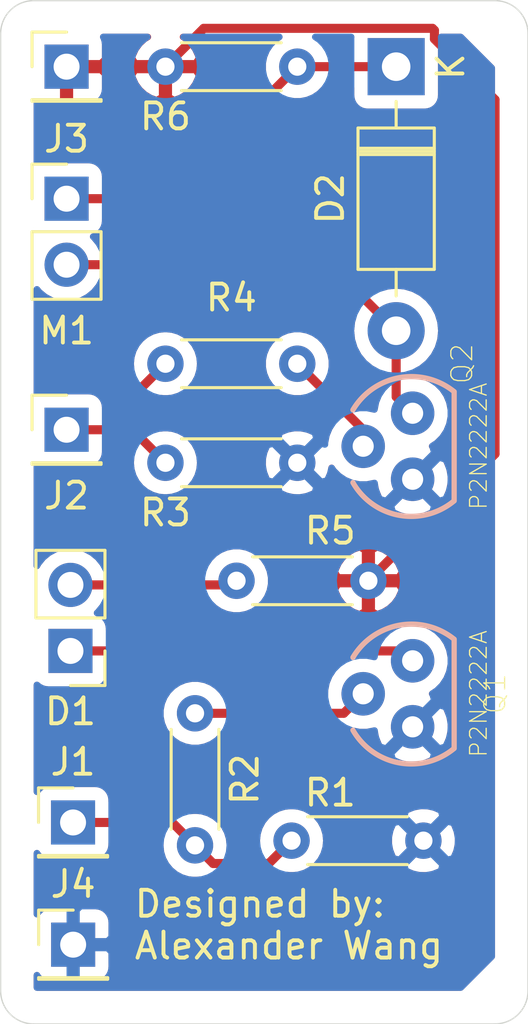
<source format=kicad_pcb>
(kicad_pcb (version 20171130) (host pcbnew "(5.1.2)-2")

  (general
    (thickness 1.6)
    (drawings 9)
    (tracks 34)
    (zones 0)
    (modules 15)
    (nets 11)
  )

  (page A4)
  (layers
    (0 F.Cu signal)
    (31 B.Cu signal)
    (32 B.Adhes user)
    (33 F.Adhes user)
    (34 B.Paste user)
    (35 F.Paste user)
    (36 B.SilkS user)
    (37 F.SilkS user)
    (38 B.Mask user)
    (39 F.Mask user)
    (40 Dwgs.User user)
    (41 Cmts.User user)
    (42 Eco1.User user)
    (43 Eco2.User user)
    (44 Edge.Cuts user)
    (45 Margin user)
    (46 B.CrtYd user)
    (47 F.CrtYd user)
    (48 B.Fab user)
    (49 F.Fab user)
  )

  (setup
    (last_trace_width 0.35)
    (trace_clearance 0.2)
    (zone_clearance 0.508)
    (zone_45_only no)
    (trace_min 0.2)
    (via_size 0.8)
    (via_drill 0.4)
    (via_min_size 0.4)
    (via_min_drill 0.3)
    (uvia_size 0.3)
    (uvia_drill 0.1)
    (uvias_allowed no)
    (uvia_min_size 0.2)
    (uvia_min_drill 0.1)
    (edge_width 0.05)
    (segment_width 0.2)
    (pcb_text_width 0.3)
    (pcb_text_size 1.5 1.5)
    (mod_edge_width 0.12)
    (mod_text_size 1 1)
    (mod_text_width 0.15)
    (pad_size 1.524 1.524)
    (pad_drill 0.762)
    (pad_to_mask_clearance 0.051)
    (solder_mask_min_width 0.25)
    (aux_axis_origin 0 0)
    (visible_elements 7FFDEFFF)
    (pcbplotparams
      (layerselection 0x010f0_ffffffff)
      (usegerberextensions false)
      (usegerberattributes false)
      (usegerberadvancedattributes false)
      (creategerberjobfile false)
      (excludeedgelayer true)
      (linewidth 0.100000)
      (plotframeref false)
      (viasonmask false)
      (mode 1)
      (useauxorigin false)
      (hpglpennumber 1)
      (hpglpenspeed 20)
      (hpglpendiameter 15.000000)
      (psnegative false)
      (psa4output false)
      (plotreference true)
      (plotvalue true)
      (plotinvisibletext false)
      (padsonsilk false)
      (subtractmaskfromsilk false)
      (outputformat 1)
      (mirror false)
      (drillshape 0)
      (scaleselection 1)
      (outputdirectory "Gerber/"))
  )

  (net 0 "")
  (net 1 "Net-(D1-Pad2)")
  (net 2 "Net-(D1-Pad1)")
  (net 3 "Net-(D2-Pad1)")
  (net 4 "Net-(D2-Pad2)")
  (net 5 "Net-(J1-Pad1)")
  (net 6 "Net-(J2-Pad1)")
  (net 7 +5V)
  (net 8 GND)
  (net 9 "Net-(Q1-Pad2)")
  (net 10 "Net-(Q2-Pad2)")

  (net_class Default "This is the default net class."
    (clearance 0.2)
    (trace_width 0.35)
    (via_dia 0.8)
    (via_drill 0.4)
    (uvia_dia 0.3)
    (uvia_drill 0.1)
    (add_net +5V)
    (add_net GND)
    (add_net "Net-(D1-Pad1)")
    (add_net "Net-(D1-Pad2)")
    (add_net "Net-(D2-Pad1)")
    (add_net "Net-(D2-Pad2)")
    (add_net "Net-(J1-Pad1)")
    (add_net "Net-(J2-Pad1)")
    (add_net "Net-(Q1-Pad2)")
    (add_net "Net-(Q2-Pad2)")
  )

  (module Connector_PinHeader_2.54mm:PinHeader_1x02_P2.54mm_Vertical (layer F.Cu) (tedit 59FED5CC) (tstamp 5D481C16)
    (at 122.07 101.22 180)
    (descr "Through hole straight pin header, 1x02, 2.54mm pitch, single row")
    (tags "Through hole pin header THT 1x02 2.54mm single row")
    (path /5D4873F5)
    (fp_text reference D1 (at 0 -2.33) (layer F.SilkS)
      (effects (font (size 1 1) (thickness 0.15)))
    )
    (fp_text value LED (at 0 4.87) (layer F.Fab)
      (effects (font (size 1 1) (thickness 0.15)))
    )
    (fp_text user %R (at 0 1.27 90) (layer F.Fab)
      (effects (font (size 1 1) (thickness 0.15)))
    )
    (fp_line (start 1.8 -1.8) (end -1.8 -1.8) (layer F.CrtYd) (width 0.05))
    (fp_line (start 1.8 4.35) (end 1.8 -1.8) (layer F.CrtYd) (width 0.05))
    (fp_line (start -1.8 4.35) (end 1.8 4.35) (layer F.CrtYd) (width 0.05))
    (fp_line (start -1.8 -1.8) (end -1.8 4.35) (layer F.CrtYd) (width 0.05))
    (fp_line (start -1.33 -1.33) (end 0 -1.33) (layer F.SilkS) (width 0.12))
    (fp_line (start -1.33 0) (end -1.33 -1.33) (layer F.SilkS) (width 0.12))
    (fp_line (start -1.33 1.27) (end 1.33 1.27) (layer F.SilkS) (width 0.12))
    (fp_line (start 1.33 1.27) (end 1.33 3.87) (layer F.SilkS) (width 0.12))
    (fp_line (start -1.33 1.27) (end -1.33 3.87) (layer F.SilkS) (width 0.12))
    (fp_line (start -1.33 3.87) (end 1.33 3.87) (layer F.SilkS) (width 0.12))
    (fp_line (start -1.27 -0.635) (end -0.635 -1.27) (layer F.Fab) (width 0.1))
    (fp_line (start -1.27 3.81) (end -1.27 -0.635) (layer F.Fab) (width 0.1))
    (fp_line (start 1.27 3.81) (end -1.27 3.81) (layer F.Fab) (width 0.1))
    (fp_line (start 1.27 -1.27) (end 1.27 3.81) (layer F.Fab) (width 0.1))
    (fp_line (start -0.635 -1.27) (end 1.27 -1.27) (layer F.Fab) (width 0.1))
    (pad 2 thru_hole oval (at 0 2.54 180) (size 1.7 1.7) (drill 1) (layers *.Cu *.Mask)
      (net 1 "Net-(D1-Pad2)"))
    (pad 1 thru_hole rect (at 0 0 180) (size 1.7 1.7) (drill 1) (layers *.Cu *.Mask)
      (net 2 "Net-(D1-Pad1)"))
    (model ${KISYS3DMOD}/Connector_PinHeader_2.54mm.3dshapes/PinHeader_1x02_P2.54mm_Vertical.wrl
      (at (xyz 0 0 0))
      (scale (xyz 1 1 1))
      (rotate (xyz 0 0 0))
    )
  )

  (module Diode_THT:D_DO-41_SOD81_P10.16mm_Horizontal (layer F.Cu) (tedit 5AE50CD5) (tstamp 5D481654)
    (at 134.62 78.74 270)
    (descr "Diode, DO-41_SOD81 series, Axial, Horizontal, pin pitch=10.16mm, , length*diameter=5.2*2.7mm^2, , http://www.diodes.com/_files/packages/DO-41%20(Plastic).pdf")
    (tags "Diode DO-41_SOD81 series Axial Horizontal pin pitch 10.16mm  length 5.2mm diameter 2.7mm")
    (path /5D477775)
    (fp_text reference D2 (at 5.08 2.54 90) (layer F.SilkS)
      (effects (font (size 1 1) (thickness 0.15)))
    )
    (fp_text value 1N4007 (at 5.08 2.47 90) (layer F.Fab)
      (effects (font (size 1 1) (thickness 0.15)))
    )
    (fp_line (start 2.48 -1.35) (end 2.48 1.35) (layer F.Fab) (width 0.1))
    (fp_line (start 2.48 1.35) (end 7.68 1.35) (layer F.Fab) (width 0.1))
    (fp_line (start 7.68 1.35) (end 7.68 -1.35) (layer F.Fab) (width 0.1))
    (fp_line (start 7.68 -1.35) (end 2.48 -1.35) (layer F.Fab) (width 0.1))
    (fp_line (start 0 0) (end 2.48 0) (layer F.Fab) (width 0.1))
    (fp_line (start 10.16 0) (end 7.68 0) (layer F.Fab) (width 0.1))
    (fp_line (start 3.26 -1.35) (end 3.26 1.35) (layer F.Fab) (width 0.1))
    (fp_line (start 3.36 -1.35) (end 3.36 1.35) (layer F.Fab) (width 0.1))
    (fp_line (start 3.16 -1.35) (end 3.16 1.35) (layer F.Fab) (width 0.1))
    (fp_line (start 2.36 -1.47) (end 2.36 1.47) (layer F.SilkS) (width 0.12))
    (fp_line (start 2.36 1.47) (end 7.8 1.47) (layer F.SilkS) (width 0.12))
    (fp_line (start 7.8 1.47) (end 7.8 -1.47) (layer F.SilkS) (width 0.12))
    (fp_line (start 7.8 -1.47) (end 2.36 -1.47) (layer F.SilkS) (width 0.12))
    (fp_line (start 1.34 0) (end 2.36 0) (layer F.SilkS) (width 0.12))
    (fp_line (start 8.82 0) (end 7.8 0) (layer F.SilkS) (width 0.12))
    (fp_line (start 3.26 -1.47) (end 3.26 1.47) (layer F.SilkS) (width 0.12))
    (fp_line (start 3.38 -1.47) (end 3.38 1.47) (layer F.SilkS) (width 0.12))
    (fp_line (start 3.14 -1.47) (end 3.14 1.47) (layer F.SilkS) (width 0.12))
    (fp_line (start -1.35 -1.6) (end -1.35 1.6) (layer F.CrtYd) (width 0.05))
    (fp_line (start -1.35 1.6) (end 11.51 1.6) (layer F.CrtYd) (width 0.05))
    (fp_line (start 11.51 1.6) (end 11.51 -1.6) (layer F.CrtYd) (width 0.05))
    (fp_line (start 11.51 -1.6) (end -1.35 -1.6) (layer F.CrtYd) (width 0.05))
    (fp_text user %R (at 5.47 0 90) (layer F.Fab)
      (effects (font (size 1 1) (thickness 0.15)))
    )
    (fp_text user K (at 0 -2.1 90) (layer F.Fab)
      (effects (font (size 1 1) (thickness 0.15)))
    )
    (fp_text user K (at 0 -2.1 90) (layer F.SilkS)
      (effects (font (size 1 1) (thickness 0.15)))
    )
    (pad 1 thru_hole rect (at 0 0 270) (size 2.2 2.2) (drill 1.1) (layers *.Cu *.Mask)
      (net 3 "Net-(D2-Pad1)"))
    (pad 2 thru_hole oval (at 10.16 0 270) (size 2.2 2.2) (drill 1.1) (layers *.Cu *.Mask)
      (net 4 "Net-(D2-Pad2)"))
    (model ${KISYS3DMOD}/Diode_THT.3dshapes/D_DO-41_SOD81_P10.16mm_Horizontal.wrl
      (at (xyz 0 0 0))
      (scale (xyz 1 1 1))
      (rotate (xyz 0 0 0))
    )
  )

  (module Connector_PinHeader_2.54mm:PinHeader_1x01_P2.54mm_Vertical (layer F.Cu) (tedit 59FED5CC) (tstamp 5D481BD9)
    (at 122.17 107.82)
    (descr "Through hole straight pin header, 1x01, 2.54mm pitch, single row")
    (tags "Through hole pin header THT 1x01 2.54mm single row")
    (path /5D48B4D6)
    (fp_text reference J1 (at 0 -2.33) (layer F.SilkS)
      (effects (font (size 1 1) (thickness 0.15)))
    )
    (fp_text value "GPIO Pin 4" (at 0 2.33) (layer F.Fab)
      (effects (font (size 1 1) (thickness 0.15)))
    )
    (fp_text user %R (at 0 0 90) (layer F.Fab)
      (effects (font (size 1 1) (thickness 0.15)))
    )
    (fp_line (start 1.8 -1.8) (end -1.8 -1.8) (layer F.CrtYd) (width 0.05))
    (fp_line (start 1.8 1.8) (end 1.8 -1.8) (layer F.CrtYd) (width 0.05))
    (fp_line (start -1.8 1.8) (end 1.8 1.8) (layer F.CrtYd) (width 0.05))
    (fp_line (start -1.8 -1.8) (end -1.8 1.8) (layer F.CrtYd) (width 0.05))
    (fp_line (start -1.33 -1.33) (end 0 -1.33) (layer F.SilkS) (width 0.12))
    (fp_line (start -1.33 0) (end -1.33 -1.33) (layer F.SilkS) (width 0.12))
    (fp_line (start -1.33 1.27) (end 1.33 1.27) (layer F.SilkS) (width 0.12))
    (fp_line (start 1.33 1.27) (end 1.33 1.33) (layer F.SilkS) (width 0.12))
    (fp_line (start -1.33 1.27) (end -1.33 1.33) (layer F.SilkS) (width 0.12))
    (fp_line (start -1.33 1.33) (end 1.33 1.33) (layer F.SilkS) (width 0.12))
    (fp_line (start -1.27 -0.635) (end -0.635 -1.27) (layer F.Fab) (width 0.1))
    (fp_line (start -1.27 1.27) (end -1.27 -0.635) (layer F.Fab) (width 0.1))
    (fp_line (start 1.27 1.27) (end -1.27 1.27) (layer F.Fab) (width 0.1))
    (fp_line (start 1.27 -1.27) (end 1.27 1.27) (layer F.Fab) (width 0.1))
    (fp_line (start -0.635 -1.27) (end 1.27 -1.27) (layer F.Fab) (width 0.1))
    (pad 1 thru_hole rect (at 0 0) (size 1.7 1.7) (drill 1) (layers *.Cu *.Mask)
      (net 5 "Net-(J1-Pad1)"))
    (model ${KISYS3DMOD}/Connector_PinHeader_2.54mm.3dshapes/PinHeader_1x01_P2.54mm_Vertical.wrl
      (at (xyz 0 0 0))
      (scale (xyz 1 1 1))
      (rotate (xyz 0 0 0))
    )
  )

  (module Connector_PinHeader_2.54mm:PinHeader_1x01_P2.54mm_Vertical (layer F.Cu) (tedit 59FED5CC) (tstamp 5D4811EB)
    (at 121.92 92.71)
    (descr "Through hole straight pin header, 1x01, 2.54mm pitch, single row")
    (tags "Through hole pin header THT 1x01 2.54mm single row")
    (path /5D48508A)
    (fp_text reference J2 (at 0 2.54) (layer F.SilkS)
      (effects (font (size 1 1) (thickness 0.15)))
    )
    (fp_text value "GPIO Pin 3" (at 0 2.33) (layer F.Fab)
      (effects (font (size 1 1) (thickness 0.15)))
    )
    (fp_line (start -0.635 -1.27) (end 1.27 -1.27) (layer F.Fab) (width 0.1))
    (fp_line (start 1.27 -1.27) (end 1.27 1.27) (layer F.Fab) (width 0.1))
    (fp_line (start 1.27 1.27) (end -1.27 1.27) (layer F.Fab) (width 0.1))
    (fp_line (start -1.27 1.27) (end -1.27 -0.635) (layer F.Fab) (width 0.1))
    (fp_line (start -1.27 -0.635) (end -0.635 -1.27) (layer F.Fab) (width 0.1))
    (fp_line (start -1.33 1.33) (end 1.33 1.33) (layer F.SilkS) (width 0.12))
    (fp_line (start -1.33 1.27) (end -1.33 1.33) (layer F.SilkS) (width 0.12))
    (fp_line (start 1.33 1.27) (end 1.33 1.33) (layer F.SilkS) (width 0.12))
    (fp_line (start -1.33 1.27) (end 1.33 1.27) (layer F.SilkS) (width 0.12))
    (fp_line (start -1.33 0) (end -1.33 -1.33) (layer F.SilkS) (width 0.12))
    (fp_line (start -1.33 -1.33) (end 0 -1.33) (layer F.SilkS) (width 0.12))
    (fp_line (start -1.8 -1.8) (end -1.8 1.8) (layer F.CrtYd) (width 0.05))
    (fp_line (start -1.8 1.8) (end 1.8 1.8) (layer F.CrtYd) (width 0.05))
    (fp_line (start 1.8 1.8) (end 1.8 -1.8) (layer F.CrtYd) (width 0.05))
    (fp_line (start 1.8 -1.8) (end -1.8 -1.8) (layer F.CrtYd) (width 0.05))
    (fp_text user %R (at 0 0 90) (layer F.Fab)
      (effects (font (size 1 1) (thickness 0.15)))
    )
    (pad 1 thru_hole rect (at 0 0) (size 1.7 1.7) (drill 1) (layers *.Cu *.Mask)
      (net 6 "Net-(J2-Pad1)"))
    (model ${KISYS3DMOD}/Connector_PinHeader_2.54mm.3dshapes/PinHeader_1x01_P2.54mm_Vertical.wrl
      (at (xyz 0 0 0))
      (scale (xyz 1 1 1))
      (rotate (xyz 0 0 0))
    )
  )

  (module Connector_PinHeader_2.54mm:PinHeader_1x01_P2.54mm_Vertical (layer F.Cu) (tedit 59FED5CC) (tstamp 5D481B7F)
    (at 121.92 78.74)
    (descr "Through hole straight pin header, 1x01, 2.54mm pitch, single row")
    (tags "Through hole pin header THT 1x01 2.54mm single row")
    (path /5D4A1A72)
    (fp_text reference J3 (at 0 2.78) (layer F.SilkS)
      (effects (font (size 1 1) (thickness 0.15)))
    )
    (fp_text value 5V_IN (at 0 2.33) (layer F.Fab)
      (effects (font (size 1 1) (thickness 0.15)))
    )
    (fp_line (start -0.635 -1.27) (end 1.27 -1.27) (layer F.Fab) (width 0.1))
    (fp_line (start 1.27 -1.27) (end 1.27 1.27) (layer F.Fab) (width 0.1))
    (fp_line (start 1.27 1.27) (end -1.27 1.27) (layer F.Fab) (width 0.1))
    (fp_line (start -1.27 1.27) (end -1.27 -0.635) (layer F.Fab) (width 0.1))
    (fp_line (start -1.27 -0.635) (end -0.635 -1.27) (layer F.Fab) (width 0.1))
    (fp_line (start -1.33 1.33) (end 1.33 1.33) (layer F.SilkS) (width 0.12))
    (fp_line (start -1.33 1.27) (end -1.33 1.33) (layer F.SilkS) (width 0.12))
    (fp_line (start 1.33 1.27) (end 1.33 1.33) (layer F.SilkS) (width 0.12))
    (fp_line (start -1.33 1.27) (end 1.33 1.27) (layer F.SilkS) (width 0.12))
    (fp_line (start -1.33 0) (end -1.33 -1.33) (layer F.SilkS) (width 0.12))
    (fp_line (start -1.33 -1.33) (end 0 -1.33) (layer F.SilkS) (width 0.12))
    (fp_line (start -1.8 -1.8) (end -1.8 1.8) (layer F.CrtYd) (width 0.05))
    (fp_line (start -1.8 1.8) (end 1.8 1.8) (layer F.CrtYd) (width 0.05))
    (fp_line (start 1.8 1.8) (end 1.8 -1.8) (layer F.CrtYd) (width 0.05))
    (fp_line (start 1.8 -1.8) (end -1.8 -1.8) (layer F.CrtYd) (width 0.05))
    (fp_text user %R (at 0 0 90) (layer F.Fab)
      (effects (font (size 1 1) (thickness 0.15)))
    )
    (pad 1 thru_hole rect (at 0 0) (size 1.7 1.7) (drill 1) (layers *.Cu *.Mask)
      (net 7 +5V))
    (model ${KISYS3DMOD}/Connector_PinHeader_2.54mm.3dshapes/PinHeader_1x01_P2.54mm_Vertical.wrl
      (at (xyz 0 0 0))
      (scale (xyz 1 1 1))
      (rotate (xyz 0 0 0))
    )
  )

  (module Connector_PinHeader_2.54mm:PinHeader_1x01_P2.54mm_Vertical (layer F.Cu) (tedit 59FED5CC) (tstamp 5D48396E)
    (at 122.174 112.522)
    (descr "Through hole straight pin header, 1x01, 2.54mm pitch, single row")
    (tags "Through hole pin header THT 1x01 2.54mm single row")
    (path /5D4A245E)
    (fp_text reference J4 (at 0 -2.33) (layer F.SilkS)
      (effects (font (size 1 1) (thickness 0.15)))
    )
    (fp_text value GND (at 0 2.33) (layer F.Fab)
      (effects (font (size 1 1) (thickness 0.15)))
    )
    (fp_text user %R (at 0 0 90) (layer F.Fab)
      (effects (font (size 1 1) (thickness 0.15)))
    )
    (fp_line (start 1.8 -1.8) (end -1.8 -1.8) (layer F.CrtYd) (width 0.05))
    (fp_line (start 1.8 1.8) (end 1.8 -1.8) (layer F.CrtYd) (width 0.05))
    (fp_line (start -1.8 1.8) (end 1.8 1.8) (layer F.CrtYd) (width 0.05))
    (fp_line (start -1.8 -1.8) (end -1.8 1.8) (layer F.CrtYd) (width 0.05))
    (fp_line (start -1.33 -1.33) (end 0 -1.33) (layer F.SilkS) (width 0.12))
    (fp_line (start -1.33 0) (end -1.33 -1.33) (layer F.SilkS) (width 0.12))
    (fp_line (start -1.33 1.27) (end 1.33 1.27) (layer F.SilkS) (width 0.12))
    (fp_line (start 1.33 1.27) (end 1.33 1.33) (layer F.SilkS) (width 0.12))
    (fp_line (start -1.33 1.27) (end -1.33 1.33) (layer F.SilkS) (width 0.12))
    (fp_line (start -1.33 1.33) (end 1.33 1.33) (layer F.SilkS) (width 0.12))
    (fp_line (start -1.27 -0.635) (end -0.635 -1.27) (layer F.Fab) (width 0.1))
    (fp_line (start -1.27 1.27) (end -1.27 -0.635) (layer F.Fab) (width 0.1))
    (fp_line (start 1.27 1.27) (end -1.27 1.27) (layer F.Fab) (width 0.1))
    (fp_line (start 1.27 -1.27) (end 1.27 1.27) (layer F.Fab) (width 0.1))
    (fp_line (start -0.635 -1.27) (end 1.27 -1.27) (layer F.Fab) (width 0.1))
    (pad 1 thru_hole rect (at 0 0) (size 1.7 1.7) (drill 1) (layers *.Cu *.Mask)
      (net 8 GND))
    (model ${KISYS3DMOD}/Connector_PinHeader_2.54mm.3dshapes/PinHeader_1x01_P2.54mm_Vertical.wrl
      (at (xyz 0 0 0))
      (scale (xyz 1 1 1))
      (rotate (xyz 0 0 0))
    )
  )

  (module Connector_PinHeader_2.54mm:PinHeader_1x02_P2.54mm_Vertical (layer F.Cu) (tedit 59FED5CC) (tstamp 5D48122B)
    (at 121.92 83.82)
    (descr "Through hole straight pin header, 1x02, 2.54mm pitch, single row")
    (tags "Through hole pin header THT 1x02 2.54mm single row")
    (path /5D47329C)
    (fp_text reference M1 (at 0 5.08) (layer F.SilkS)
      (effects (font (size 1 1) (thickness 0.15)))
    )
    (fp_text value Fan (at 0 4.87) (layer F.Fab)
      (effects (font (size 1 1) (thickness 0.15)))
    )
    (fp_line (start -0.635 -1.27) (end 1.27 -1.27) (layer F.Fab) (width 0.1))
    (fp_line (start 1.27 -1.27) (end 1.27 3.81) (layer F.Fab) (width 0.1))
    (fp_line (start 1.27 3.81) (end -1.27 3.81) (layer F.Fab) (width 0.1))
    (fp_line (start -1.27 3.81) (end -1.27 -0.635) (layer F.Fab) (width 0.1))
    (fp_line (start -1.27 -0.635) (end -0.635 -1.27) (layer F.Fab) (width 0.1))
    (fp_line (start -1.33 3.87) (end 1.33 3.87) (layer F.SilkS) (width 0.12))
    (fp_line (start -1.33 1.27) (end -1.33 3.87) (layer F.SilkS) (width 0.12))
    (fp_line (start 1.33 1.27) (end 1.33 3.87) (layer F.SilkS) (width 0.12))
    (fp_line (start -1.33 1.27) (end 1.33 1.27) (layer F.SilkS) (width 0.12))
    (fp_line (start -1.33 0) (end -1.33 -1.33) (layer F.SilkS) (width 0.12))
    (fp_line (start -1.33 -1.33) (end 0 -1.33) (layer F.SilkS) (width 0.12))
    (fp_line (start -1.8 -1.8) (end -1.8 4.35) (layer F.CrtYd) (width 0.05))
    (fp_line (start -1.8 4.35) (end 1.8 4.35) (layer F.CrtYd) (width 0.05))
    (fp_line (start 1.8 4.35) (end 1.8 -1.8) (layer F.CrtYd) (width 0.05))
    (fp_line (start 1.8 -1.8) (end -1.8 -1.8) (layer F.CrtYd) (width 0.05))
    (fp_text user %R (at 0 1.27 90) (layer F.Fab)
      (effects (font (size 1 1) (thickness 0.15)))
    )
    (pad 1 thru_hole rect (at 0 0) (size 1.7 1.7) (drill 1) (layers *.Cu *.Mask)
      (net 3 "Net-(D2-Pad1)"))
    (pad 2 thru_hole oval (at 0 2.54) (size 1.7 1.7) (drill 1) (layers *.Cu *.Mask)
      (net 4 "Net-(D2-Pad2)"))
    (model ${KISYS3DMOD}/Connector_PinHeader_2.54mm.3dshapes/PinHeader_1x02_P2.54mm_Vertical.wrl
      (at (xyz 0 0 0))
      (scale (xyz 1 1 1))
      (rotate (xyz 0 0 0))
    )
  )

  (module P2N2222A:TO92 (layer B.Cu) (tedit 0) (tstamp 5D4834B0)
    (at 135.255 102.87 270)
    (descr <b>TO-92</b>)
    (path /5D488AA0)
    (fp_text reference Q1 (at 0 -3.175 270) (layer F.SilkS)
      (effects (font (size 0.801307 0.801307) (thickness 0.05)))
    )
    (fp_text value P2N2222A (at 0 -2.54 270) (layer F.SilkS)
      (effects (font (size 0.640716 0.640716) (thickness 0.05)))
    )
    (fp_arc (start 0 0.050001) (end 1.4 2.3) (angle 63.7) (layer Eco2.User) (width 0.2032))
    (fp_arc (start 0.107901 0.055264) (end 1.4 2.3) (angle -99.7) (layer B.SilkS) (width 0.2032))
    (fp_arc (start -0.056599 0.046056) (end -1.4 2.3) (angle 98) (layer B.SilkS) (width 0.2032))
    (fp_line (start -2.1 -1.6) (end 2.1 -1.6) (layer B.SilkS) (width 0.2032))
    (pad 3 thru_hole circle (at -1.27 0 270) (size 1.6764 1.6764) (drill 0.8128) (layers *.Cu *.Mask)
      (net 2 "Net-(D1-Pad1)"))
    (pad 2 thru_hole circle (at 0 1.905 270) (size 1.6764 1.6764) (drill 0.8128) (layers *.Cu *.Mask)
      (net 9 "Net-(Q1-Pad2)"))
    (pad 1 thru_hole circle (at 1.27 0 270) (size 1.6764 1.6764) (drill 0.8128) (layers *.Cu *.Mask)
      (net 8 GND))
  )

  (module P2N2222A:TO92 (layer B.Cu) (tedit 0) (tstamp 5D481241)
    (at 135.255 93.345 270)
    (descr <b>TO-92</b>)
    (path /5D47A305)
    (fp_text reference Q2 (at -3.175 -1.905 270) (layer F.SilkS)
      (effects (font (size 0.801307 0.801307) (thickness 0.05)))
    )
    (fp_text value P2N2222A (at 0 -2.54 270) (layer F.SilkS)
      (effects (font (size 0.640716 0.640716) (thickness 0.05)))
    )
    (fp_line (start -2.1 -1.6) (end 2.1 -1.6) (layer B.SilkS) (width 0.2032))
    (fp_arc (start -0.056599 0.046056) (end -1.4 2.3) (angle 98) (layer B.SilkS) (width 0.2032))
    (fp_arc (start 0.107901 0.055264) (end 1.4 2.3) (angle -99.7) (layer B.SilkS) (width 0.2032))
    (fp_arc (start 0 0.050001) (end 1.4 2.3) (angle 63.7) (layer Eco2.User) (width 0.2032))
    (pad 1 thru_hole circle (at 1.27 0 270) (size 1.6764 1.6764) (drill 0.8128) (layers *.Cu *.Mask)
      (net 8 GND))
    (pad 2 thru_hole circle (at 0 1.905 270) (size 1.6764 1.6764) (drill 0.8128) (layers *.Cu *.Mask)
      (net 10 "Net-(Q2-Pad2)"))
    (pad 3 thru_hole circle (at -1.27 0 270) (size 1.6764 1.6764) (drill 0.8128) (layers *.Cu *.Mask)
      (net 4 "Net-(D2-Pad2)"))
  )

  (module Resistor_THT:R_Axial_DIN0204_L3.6mm_D1.6mm_P5.08mm_Horizontal (layer F.Cu) (tedit 5AE5139B) (tstamp 5D481ADB)
    (at 135.67 108.52 180)
    (descr "Resistor, Axial_DIN0204 series, Axial, Horizontal, pin pitch=5.08mm, 0.167W, length*diameter=3.6*1.6mm^2, http://cdn-reichelt.de/documents/datenblatt/B400/1_4W%23YAG.pdf")
    (tags "Resistor Axial_DIN0204 series Axial Horizontal pin pitch 5.08mm 0.167W length 3.6mm diameter 1.6mm")
    (path /5D48D4CE)
    (fp_text reference R1 (at 3.59 1.84) (layer F.SilkS)
      (effects (font (size 1 1) (thickness 0.15)))
    )
    (fp_text value 10k (at 2.54 1.92) (layer F.Fab)
      (effects (font (size 1 1) (thickness 0.15)))
    )
    (fp_text user %R (at 2.54 0) (layer F.Fab)
      (effects (font (size 0.72 0.72) (thickness 0.108)))
    )
    (fp_line (start 6.03 -1.05) (end -0.95 -1.05) (layer F.CrtYd) (width 0.05))
    (fp_line (start 6.03 1.05) (end 6.03 -1.05) (layer F.CrtYd) (width 0.05))
    (fp_line (start -0.95 1.05) (end 6.03 1.05) (layer F.CrtYd) (width 0.05))
    (fp_line (start -0.95 -1.05) (end -0.95 1.05) (layer F.CrtYd) (width 0.05))
    (fp_line (start 0.62 0.92) (end 4.46 0.92) (layer F.SilkS) (width 0.12))
    (fp_line (start 0.62 -0.92) (end 4.46 -0.92) (layer F.SilkS) (width 0.12))
    (fp_line (start 5.08 0) (end 4.34 0) (layer F.Fab) (width 0.1))
    (fp_line (start 0 0) (end 0.74 0) (layer F.Fab) (width 0.1))
    (fp_line (start 4.34 -0.8) (end 0.74 -0.8) (layer F.Fab) (width 0.1))
    (fp_line (start 4.34 0.8) (end 4.34 -0.8) (layer F.Fab) (width 0.1))
    (fp_line (start 0.74 0.8) (end 4.34 0.8) (layer F.Fab) (width 0.1))
    (fp_line (start 0.74 -0.8) (end 0.74 0.8) (layer F.Fab) (width 0.1))
    (pad 2 thru_hole oval (at 5.08 0 180) (size 1.4 1.4) (drill 0.7) (layers *.Cu *.Mask)
      (net 5 "Net-(J1-Pad1)"))
    (pad 1 thru_hole circle (at 0 0 180) (size 1.4 1.4) (drill 0.7) (layers *.Cu *.Mask)
      (net 8 GND))
    (model ${KISYS3DMOD}/Resistor_THT.3dshapes/R_Axial_DIN0204_L3.6mm_D1.6mm_P5.08mm_Horizontal.wrl
      (at (xyz 0 0 0))
      (scale (xyz 1 1 1))
      (rotate (xyz 0 0 0))
    )
  )

  (module Resistor_THT:R_Axial_DIN0204_L3.6mm_D1.6mm_P5.08mm_Horizontal (layer F.Cu) (tedit 5AE5139B) (tstamp 5D481DEC)
    (at 126.87 103.62 270)
    (descr "Resistor, Axial_DIN0204 series, Axial, Horizontal, pin pitch=5.08mm, 0.167W, length*diameter=3.6*1.6mm^2, http://cdn-reichelt.de/documents/datenblatt/B400/1_4W%23YAG.pdf")
    (tags "Resistor Axial_DIN0204 series Axial Horizontal pin pitch 5.08mm 0.167W length 3.6mm diameter 1.6mm")
    (path /5D489EDE)
    (fp_text reference R2 (at 2.54 -1.92 90) (layer F.SilkS)
      (effects (font (size 1 1) (thickness 0.15)))
    )
    (fp_text value 470 (at 2.54 1.92 90) (layer F.Fab)
      (effects (font (size 1 1) (thickness 0.15)))
    )
    (fp_line (start 0.74 -0.8) (end 0.74 0.8) (layer F.Fab) (width 0.1))
    (fp_line (start 0.74 0.8) (end 4.34 0.8) (layer F.Fab) (width 0.1))
    (fp_line (start 4.34 0.8) (end 4.34 -0.8) (layer F.Fab) (width 0.1))
    (fp_line (start 4.34 -0.8) (end 0.74 -0.8) (layer F.Fab) (width 0.1))
    (fp_line (start 0 0) (end 0.74 0) (layer F.Fab) (width 0.1))
    (fp_line (start 5.08 0) (end 4.34 0) (layer F.Fab) (width 0.1))
    (fp_line (start 0.62 -0.92) (end 4.46 -0.92) (layer F.SilkS) (width 0.12))
    (fp_line (start 0.62 0.92) (end 4.46 0.92) (layer F.SilkS) (width 0.12))
    (fp_line (start -0.95 -1.05) (end -0.95 1.05) (layer F.CrtYd) (width 0.05))
    (fp_line (start -0.95 1.05) (end 6.03 1.05) (layer F.CrtYd) (width 0.05))
    (fp_line (start 6.03 1.05) (end 6.03 -1.05) (layer F.CrtYd) (width 0.05))
    (fp_line (start 6.03 -1.05) (end -0.95 -1.05) (layer F.CrtYd) (width 0.05))
    (fp_text user %R (at 2.54 0 90) (layer F.Fab)
      (effects (font (size 0.72 0.72) (thickness 0.108)))
    )
    (pad 1 thru_hole circle (at 0 0 270) (size 1.4 1.4) (drill 0.7) (layers *.Cu *.Mask)
      (net 9 "Net-(Q1-Pad2)"))
    (pad 2 thru_hole oval (at 5.08 0 270) (size 1.4 1.4) (drill 0.7) (layers *.Cu *.Mask)
      (net 5 "Net-(J1-Pad1)"))
    (model ${KISYS3DMOD}/Resistor_THT.3dshapes/R_Axial_DIN0204_L3.6mm_D1.6mm_P5.08mm_Horizontal.wrl
      (at (xyz 0 0 0))
      (scale (xyz 1 1 1))
      (rotate (xyz 0 0 0))
    )
  )

  (module Resistor_THT:R_Axial_DIN0204_L3.6mm_D1.6mm_P5.08mm_Horizontal (layer F.Cu) (tedit 5AE5139B) (tstamp 5D481FD1)
    (at 130.81 93.98 180)
    (descr "Resistor, Axial_DIN0204 series, Axial, Horizontal, pin pitch=5.08mm, 0.167W, length*diameter=3.6*1.6mm^2, http://cdn-reichelt.de/documents/datenblatt/B400/1_4W%23YAG.pdf")
    (tags "Resistor Axial_DIN0204 series Axial Horizontal pin pitch 5.08mm 0.167W length 3.6mm diameter 1.6mm")
    (path /5D48351A)
    (fp_text reference R3 (at 5.08 -1.92) (layer F.SilkS)
      (effects (font (size 1 1) (thickness 0.15)))
    )
    (fp_text value 10k (at 2.54 1.92) (layer F.Fab)
      (effects (font (size 1 1) (thickness 0.15)))
    )
    (fp_text user %R (at 2.54 0) (layer F.Fab)
      (effects (font (size 0.72 0.72) (thickness 0.108)))
    )
    (fp_line (start 6.03 -1.05) (end -0.95 -1.05) (layer F.CrtYd) (width 0.05))
    (fp_line (start 6.03 1.05) (end 6.03 -1.05) (layer F.CrtYd) (width 0.05))
    (fp_line (start -0.95 1.05) (end 6.03 1.05) (layer F.CrtYd) (width 0.05))
    (fp_line (start -0.95 -1.05) (end -0.95 1.05) (layer F.CrtYd) (width 0.05))
    (fp_line (start 0.62 0.92) (end 4.46 0.92) (layer F.SilkS) (width 0.12))
    (fp_line (start 0.62 -0.92) (end 4.46 -0.92) (layer F.SilkS) (width 0.12))
    (fp_line (start 5.08 0) (end 4.34 0) (layer F.Fab) (width 0.1))
    (fp_line (start 0 0) (end 0.74 0) (layer F.Fab) (width 0.1))
    (fp_line (start 4.34 -0.8) (end 0.74 -0.8) (layer F.Fab) (width 0.1))
    (fp_line (start 4.34 0.8) (end 4.34 -0.8) (layer F.Fab) (width 0.1))
    (fp_line (start 0.74 0.8) (end 4.34 0.8) (layer F.Fab) (width 0.1))
    (fp_line (start 0.74 -0.8) (end 0.74 0.8) (layer F.Fab) (width 0.1))
    (pad 2 thru_hole oval (at 5.08 0 180) (size 1.4 1.4) (drill 0.7) (layers *.Cu *.Mask)
      (net 6 "Net-(J2-Pad1)"))
    (pad 1 thru_hole circle (at 0 0 180) (size 1.4 1.4) (drill 0.7) (layers *.Cu *.Mask)
      (net 8 GND))
    (model ${KISYS3DMOD}/Resistor_THT.3dshapes/R_Axial_DIN0204_L3.6mm_D1.6mm_P5.08mm_Horizontal.wrl
      (at (xyz 0 0 0))
      (scale (xyz 1 1 1))
      (rotate (xyz 0 0 0))
    )
  )

  (module Resistor_THT:R_Axial_DIN0204_L3.6mm_D1.6mm_P5.08mm_Horizontal (layer F.Cu) (tedit 5AE5139B) (tstamp 5D482329)
    (at 130.81 90.17 180)
    (descr "Resistor, Axial_DIN0204 series, Axial, Horizontal, pin pitch=5.08mm, 0.167W, length*diameter=3.6*1.6mm^2, http://cdn-reichelt.de/documents/datenblatt/B400/1_4W%23YAG.pdf")
    (tags "Resistor Axial_DIN0204 series Axial Horizontal pin pitch 5.08mm 0.167W length 3.6mm diameter 1.6mm")
    (path /5D479312)
    (fp_text reference R4 (at 2.54 2.54) (layer F.SilkS)
      (effects (font (size 1 1) (thickness 0.15)))
    )
    (fp_text value 470 (at 2.54 1.92) (layer F.Fab)
      (effects (font (size 1 1) (thickness 0.15)))
    )
    (fp_line (start 0.74 -0.8) (end 0.74 0.8) (layer F.Fab) (width 0.1))
    (fp_line (start 0.74 0.8) (end 4.34 0.8) (layer F.Fab) (width 0.1))
    (fp_line (start 4.34 0.8) (end 4.34 -0.8) (layer F.Fab) (width 0.1))
    (fp_line (start 4.34 -0.8) (end 0.74 -0.8) (layer F.Fab) (width 0.1))
    (fp_line (start 0 0) (end 0.74 0) (layer F.Fab) (width 0.1))
    (fp_line (start 5.08 0) (end 4.34 0) (layer F.Fab) (width 0.1))
    (fp_line (start 0.62 -0.92) (end 4.46 -0.92) (layer F.SilkS) (width 0.12))
    (fp_line (start 0.62 0.92) (end 4.46 0.92) (layer F.SilkS) (width 0.12))
    (fp_line (start -0.95 -1.05) (end -0.95 1.05) (layer F.CrtYd) (width 0.05))
    (fp_line (start -0.95 1.05) (end 6.03 1.05) (layer F.CrtYd) (width 0.05))
    (fp_line (start 6.03 1.05) (end 6.03 -1.05) (layer F.CrtYd) (width 0.05))
    (fp_line (start 6.03 -1.05) (end -0.95 -1.05) (layer F.CrtYd) (width 0.05))
    (fp_text user %R (at 2.54 0) (layer F.Fab)
      (effects (font (size 0.72 0.72) (thickness 0.108)))
    )
    (pad 1 thru_hole circle (at 0 0 180) (size 1.4 1.4) (drill 0.7) (layers *.Cu *.Mask)
      (net 10 "Net-(Q2-Pad2)"))
    (pad 2 thru_hole oval (at 5.08 0 180) (size 1.4 1.4) (drill 0.7) (layers *.Cu *.Mask)
      (net 6 "Net-(J2-Pad1)"))
    (model ${KISYS3DMOD}/Resistor_THT.3dshapes/R_Axial_DIN0204_L3.6mm_D1.6mm_P5.08mm_Horizontal.wrl
      (at (xyz 0 0 0))
      (scale (xyz 1 1 1))
      (rotate (xyz 0 0 0))
    )
  )

  (module Resistor_THT:R_Axial_DIN0204_L3.6mm_D1.6mm_P5.08mm_Horizontal (layer F.Cu) (tedit 5AE5139B) (tstamp 5D481B11)
    (at 128.47 98.52)
    (descr "Resistor, Axial_DIN0204 series, Axial, Horizontal, pin pitch=5.08mm, 0.167W, length*diameter=3.6*1.6mm^2, http://cdn-reichelt.de/documents/datenblatt/B400/1_4W%23YAG.pdf")
    (tags "Resistor Axial_DIN0204 series Axial Horizontal pin pitch 5.08mm 0.167W length 3.6mm diameter 1.6mm")
    (path /5D4A035D)
    (fp_text reference R5 (at 3.61 -1.92) (layer F.SilkS)
      (effects (font (size 1 1) (thickness 0.15)))
    )
    (fp_text value 470 (at 2.54 1.92) (layer F.Fab)
      (effects (font (size 1 1) (thickness 0.15)))
    )
    (fp_text user %R (at 2.54 0) (layer F.Fab)
      (effects (font (size 0.72 0.72) (thickness 0.108)))
    )
    (fp_line (start 6.03 -1.05) (end -0.95 -1.05) (layer F.CrtYd) (width 0.05))
    (fp_line (start 6.03 1.05) (end 6.03 -1.05) (layer F.CrtYd) (width 0.05))
    (fp_line (start -0.95 1.05) (end 6.03 1.05) (layer F.CrtYd) (width 0.05))
    (fp_line (start -0.95 -1.05) (end -0.95 1.05) (layer F.CrtYd) (width 0.05))
    (fp_line (start 0.62 0.92) (end 4.46 0.92) (layer F.SilkS) (width 0.12))
    (fp_line (start 0.62 -0.92) (end 4.46 -0.92) (layer F.SilkS) (width 0.12))
    (fp_line (start 5.08 0) (end 4.34 0) (layer F.Fab) (width 0.1))
    (fp_line (start 0 0) (end 0.74 0) (layer F.Fab) (width 0.1))
    (fp_line (start 4.34 -0.8) (end 0.74 -0.8) (layer F.Fab) (width 0.1))
    (fp_line (start 4.34 0.8) (end 4.34 -0.8) (layer F.Fab) (width 0.1))
    (fp_line (start 0.74 0.8) (end 4.34 0.8) (layer F.Fab) (width 0.1))
    (fp_line (start 0.74 -0.8) (end 0.74 0.8) (layer F.Fab) (width 0.1))
    (pad 2 thru_hole oval (at 5.08 0) (size 1.4 1.4) (drill 0.7) (layers *.Cu *.Mask)
      (net 7 +5V))
    (pad 1 thru_hole circle (at 0 0) (size 1.4 1.4) (drill 0.7) (layers *.Cu *.Mask)
      (net 1 "Net-(D1-Pad2)"))
    (model ${KISYS3DMOD}/Resistor_THT.3dshapes/R_Axial_DIN0204_L3.6mm_D1.6mm_P5.08mm_Horizontal.wrl
      (at (xyz 0 0 0))
      (scale (xyz 1 1 1))
      (rotate (xyz 0 0 0))
    )
  )

  (module Resistor_THT:R_Axial_DIN0204_L3.6mm_D1.6mm_P5.08mm_Horizontal (layer F.Cu) (tedit 5AE5139B) (tstamp 5D4812B3)
    (at 130.81 78.74 180)
    (descr "Resistor, Axial_DIN0204 series, Axial, Horizontal, pin pitch=5.08mm, 0.167W, length*diameter=3.6*1.6mm^2, http://cdn-reichelt.de/documents/datenblatt/B400/1_4W%23YAG.pdf")
    (tags "Resistor Axial_DIN0204 series Axial Horizontal pin pitch 5.08mm 0.167W length 3.6mm diameter 1.6mm")
    (path /5D49F53E)
    (fp_text reference R6 (at 5.08 -1.92) (layer F.SilkS)
      (effects (font (size 1 1) (thickness 0.15)))
    )
    (fp_text value 10 (at 2.54 1.92) (layer F.Fab)
      (effects (font (size 1 1) (thickness 0.15)))
    )
    (fp_line (start 0.74 -0.8) (end 0.74 0.8) (layer F.Fab) (width 0.1))
    (fp_line (start 0.74 0.8) (end 4.34 0.8) (layer F.Fab) (width 0.1))
    (fp_line (start 4.34 0.8) (end 4.34 -0.8) (layer F.Fab) (width 0.1))
    (fp_line (start 4.34 -0.8) (end 0.74 -0.8) (layer F.Fab) (width 0.1))
    (fp_line (start 0 0) (end 0.74 0) (layer F.Fab) (width 0.1))
    (fp_line (start 5.08 0) (end 4.34 0) (layer F.Fab) (width 0.1))
    (fp_line (start 0.62 -0.92) (end 4.46 -0.92) (layer F.SilkS) (width 0.12))
    (fp_line (start 0.62 0.92) (end 4.46 0.92) (layer F.SilkS) (width 0.12))
    (fp_line (start -0.95 -1.05) (end -0.95 1.05) (layer F.CrtYd) (width 0.05))
    (fp_line (start -0.95 1.05) (end 6.03 1.05) (layer F.CrtYd) (width 0.05))
    (fp_line (start 6.03 1.05) (end 6.03 -1.05) (layer F.CrtYd) (width 0.05))
    (fp_line (start 6.03 -1.05) (end -0.95 -1.05) (layer F.CrtYd) (width 0.05))
    (fp_text user %R (at 2.54 0) (layer F.Fab)
      (effects (font (size 0.72 0.72) (thickness 0.108)))
    )
    (pad 1 thru_hole circle (at 0 0 180) (size 1.4 1.4) (drill 0.7) (layers *.Cu *.Mask)
      (net 3 "Net-(D2-Pad1)"))
    (pad 2 thru_hole oval (at 5.08 0 180) (size 1.4 1.4) (drill 0.7) (layers *.Cu *.Mask)
      (net 7 +5V))
    (model ${KISYS3DMOD}/Resistor_THT.3dshapes/R_Axial_DIN0204_L3.6mm_D1.6mm_P5.08mm_Horizontal.wrl
      (at (xyz 0 0 0))
      (scale (xyz 1 1 1))
      (rotate (xyz 0 0 0))
    )
  )

  (gr_text "Designed by:\nAlexander Wang" (at 124.46 111.76) (layer F.SilkS)
    (effects (font (size 1 1) (thickness 0.15)) (justify left))
  )
  (gr_arc (start 138.43 114.3) (end 138.43 115.57) (angle -90) (layer Edge.Cuts) (width 0.05))
  (gr_arc (start 120.65 114.3) (end 119.38 114.3) (angle -90) (layer Edge.Cuts) (width 0.05))
  (gr_arc (start 120.65 77.47) (end 120.65 76.2) (angle -90) (layer Edge.Cuts) (width 0.05))
  (gr_arc (start 138.43 77.47) (end 139.7 77.47) (angle -90) (layer Edge.Cuts) (width 0.05))
  (gr_line (start 120.65 76.2) (end 138.43 76.2) (layer Edge.Cuts) (width 0.05))
  (gr_line (start 119.38 114.3) (end 119.38 77.47) (layer Edge.Cuts) (width 0.05))
  (gr_line (start 138.43 115.57) (end 120.65 115.57) (layer Edge.Cuts) (width 0.05))
  (gr_line (start 139.7 77.47) (end 139.7 114.3) (layer Edge.Cuts) (width 0.05))

  (segment (start 128.31 98.68) (end 128.47 98.52) (width 0.35) (layer F.Cu) (net 1) (tstamp 5D481AC7))
  (segment (start 122.07 98.68) (end 128.31 98.68) (width 0.35) (layer F.Cu) (net 1) (tstamp 5D481AC4))
  (segment (start 134.875 101.22) (end 135.255 101.6) (width 0.35) (layer F.Cu) (net 2))
  (segment (start 122.07 101.22) (end 134.875 101.22) (width 0.35) (layer F.Cu) (net 2))
  (segment (start 130.81 78.74) (end 134.62 78.74) (width 0.35) (layer F.Cu) (net 3))
  (segment (start 125.73 83.82) (end 121.92 83.82) (width 0.35) (layer F.Cu) (net 3))
  (segment (start 130.81 78.74) (end 125.73 83.82) (width 0.35) (layer F.Cu) (net 3))
  (segment (start 132.08 86.36) (end 134.62 88.9) (width 0.35) (layer F.Cu) (net 4))
  (segment (start 121.92 86.36) (end 132.08 86.36) (width 0.35) (layer F.Cu) (net 4))
  (segment (start 134.62 91.44) (end 135.255 92.075) (width 0.35) (layer F.Cu) (net 4))
  (segment (start 134.62 88.9) (end 134.62 91.44) (width 0.35) (layer F.Cu) (net 4))
  (segment (start 125.99 107.82) (end 126.87 108.7) (width 0.35) (layer F.Cu) (net 5))
  (segment (start 122.17 107.82) (end 125.99 107.82) (width 0.35) (layer F.Cu) (net 5))
  (segment (start 129.890001 109.219999) (end 130.59 108.52) (width 0.35) (layer F.Cu) (net 5))
  (segment (start 129.710001 109.399999) (end 129.890001 109.219999) (width 0.35) (layer F.Cu) (net 5))
  (segment (start 127.569999 109.399999) (end 129.710001 109.399999) (width 0.35) (layer F.Cu) (net 5))
  (segment (start 126.87 108.7) (end 127.569999 109.399999) (width 0.35) (layer F.Cu) (net 5))
  (segment (start 124.46 92.71) (end 125.73 93.98) (width 0.35) (layer F.Cu) (net 6))
  (segment (start 121.92 92.71) (end 124.46 92.71) (width 0.35) (layer F.Cu) (net 6))
  (segment (start 124.46 91.44) (end 125.73 90.17) (width 0.35) (layer F.Cu) (net 6))
  (segment (start 124.46 92.71) (end 124.46 91.44) (width 0.35) (layer F.Cu) (net 6))
  (segment (start 133.85 98.82) (end 133.55 98.52) (width 0.35) (layer F.Cu) (net 7))
  (segment (start 121.92 78.74) (end 125.73 78.74) (width 0.35) (layer F.Cu) (net 7))
  (segment (start 138.43 93.64) (end 133.55 98.52) (width 0.35) (layer F.Cu) (net 7))
  (segment (start 127.205001 77.264999) (end 136.020001 77.264999) (width 0.35) (layer F.Cu) (net 7))
  (segment (start 125.73 78.74) (end 127.205001 77.264999) (width 0.35) (layer F.Cu) (net 7))
  (segment (start 136.020001 77.264999) (end 136.095001 77.339999) (width 0.35) (layer F.Cu) (net 7))
  (segment (start 136.095001 77.339999) (end 136.095001 77.675001) (width 0.35) (layer F.Cu) (net 7))
  (segment (start 136.095001 77.675001) (end 138.43 80.01) (width 0.35) (layer F.Cu) (net 7))
  (segment (start 138.43 80.01) (end 138.43 93.64) (width 0.35) (layer F.Cu) (net 7))
  (segment (start 132.6 103.62) (end 133.35 102.87) (width 0.35) (layer F.Cu) (net 9))
  (segment (start 126.87 103.62) (end 132.6 103.62) (width 0.35) (layer F.Cu) (net 9))
  (segment (start 133.35 92.71) (end 133.35 93.345) (width 0.35) (layer F.Cu) (net 10))
  (segment (start 130.81 90.17) (end 133.35 92.71) (width 0.35) (layer F.Cu) (net 10))

  (zone (net 7) (net_name +5V) (layer F.Cu) (tstamp 5D483E4B) (hatch edge 0.508)
    (connect_pads (clearance 0.508))
    (min_thickness 0.254)
    (fill yes (arc_segments 32) (thermal_gap 0.508) (thermal_bridge_width 0.508))
    (polygon
      (pts
        (xy 120.65 114.3) (xy 120.65 78.74) (xy 121.92 77.47) (xy 137.16 77.47) (xy 138.43 78.74)
        (xy 138.43 113.03) (xy 137.16 114.3)
      )
    )
    (filled_polygon
      (pts
        (xy 138.303 78.792606) (xy 138.303 112.977394) (xy 137.107394 114.173) (xy 120.777 114.173) (xy 120.777 113.695694)
        (xy 120.793463 113.726494) (xy 120.872815 113.823185) (xy 120.969506 113.902537) (xy 121.07982 113.961502) (xy 121.199518 113.997812)
        (xy 121.324 114.010072) (xy 123.024 114.010072) (xy 123.148482 113.997812) (xy 123.26818 113.961502) (xy 123.378494 113.902537)
        (xy 123.475185 113.823185) (xy 123.554537 113.726494) (xy 123.613502 113.61618) (xy 123.649812 113.496482) (xy 123.662072 113.372)
        (xy 123.662072 111.672) (xy 123.649812 111.547518) (xy 123.613502 111.42782) (xy 123.554537 111.317506) (xy 123.475185 111.220815)
        (xy 123.378494 111.141463) (xy 123.26818 111.082498) (xy 123.148482 111.046188) (xy 123.024 111.033928) (xy 121.324 111.033928)
        (xy 121.199518 111.046188) (xy 121.07982 111.082498) (xy 120.969506 111.141463) (xy 120.872815 111.220815) (xy 120.793463 111.317506)
        (xy 120.777 111.348306) (xy 120.777 109.001178) (xy 120.789463 109.024494) (xy 120.868815 109.121185) (xy 120.965506 109.200537)
        (xy 121.07582 109.259502) (xy 121.195518 109.295812) (xy 121.32 109.308072) (xy 123.02 109.308072) (xy 123.144482 109.295812)
        (xy 123.26418 109.259502) (xy 123.374494 109.200537) (xy 123.471185 109.121185) (xy 123.550537 109.024494) (xy 123.609502 108.91418)
        (xy 123.645812 108.794482) (xy 123.658072 108.67) (xy 123.658072 108.63) (xy 125.535435 108.63) (xy 125.528541 108.7)
        (xy 125.554317 108.961706) (xy 125.630653 109.213354) (xy 125.754618 109.445275) (xy 125.921445 109.648555) (xy 126.124725 109.815382)
        (xy 126.356646 109.939347) (xy 126.608294 110.015683) (xy 126.804421 110.035) (xy 126.935579 110.035) (xy 127.052864 110.023448)
        (xy 127.117809 110.076748) (xy 127.193023 110.11695) (xy 127.258526 110.151962) (xy 127.411211 110.198279) (xy 127.530208 110.209999)
        (xy 127.53021 110.209999) (xy 127.569998 110.213918) (xy 127.609786 110.209999) (xy 129.670213 110.209999) (xy 129.710001 110.213918)
        (xy 129.749789 110.209999) (xy 129.749792 110.209999) (xy 129.868789 110.198279) (xy 130.021474 110.151962) (xy 130.16219 110.076748)
        (xy 130.285529 109.975527) (xy 130.310901 109.944611) (xy 130.411622 109.84389) (xy 130.524421 109.855) (xy 130.655579 109.855)
        (xy 130.851706 109.835683) (xy 131.103354 109.759347) (xy 131.335275 109.635382) (xy 131.538555 109.468555) (xy 131.705382 109.265275)
        (xy 131.829347 109.033354) (xy 131.905683 108.781706) (xy 131.931459 108.52) (xy 131.918509 108.388514) (xy 134.335 108.388514)
        (xy 134.335 108.651486) (xy 134.386304 108.909405) (xy 134.486939 109.152359) (xy 134.633038 109.371013) (xy 134.818987 109.556962)
        (xy 135.037641 109.703061) (xy 135.280595 109.803696) (xy 135.538514 109.855) (xy 135.801486 109.855) (xy 136.059405 109.803696)
        (xy 136.302359 109.703061) (xy 136.521013 109.556962) (xy 136.706962 109.371013) (xy 136.853061 109.152359) (xy 136.953696 108.909405)
        (xy 137.005 108.651486) (xy 137.005 108.388514) (xy 136.953696 108.130595) (xy 136.853061 107.887641) (xy 136.706962 107.668987)
        (xy 136.521013 107.483038) (xy 136.302359 107.336939) (xy 136.059405 107.236304) (xy 135.801486 107.185) (xy 135.538514 107.185)
        (xy 135.280595 107.236304) (xy 135.037641 107.336939) (xy 134.818987 107.483038) (xy 134.633038 107.668987) (xy 134.486939 107.887641)
        (xy 134.386304 108.130595) (xy 134.335 108.388514) (xy 131.918509 108.388514) (xy 131.905683 108.258294) (xy 131.829347 108.006646)
        (xy 131.705382 107.774725) (xy 131.538555 107.571445) (xy 131.335275 107.404618) (xy 131.103354 107.280653) (xy 130.851706 107.204317)
        (xy 130.655579 107.185) (xy 130.524421 107.185) (xy 130.328294 107.204317) (xy 130.076646 107.280653) (xy 129.844725 107.404618)
        (xy 129.641445 107.571445) (xy 129.474618 107.774725) (xy 129.350653 108.006646) (xy 129.274317 108.258294) (xy 129.248541 108.52)
        (xy 129.255435 108.589999) (xy 128.200625 108.589999) (xy 128.185683 108.438294) (xy 128.109347 108.186646) (xy 127.985382 107.954725)
        (xy 127.818555 107.751445) (xy 127.615275 107.584618) (xy 127.383354 107.460653) (xy 127.131706 107.384317) (xy 126.935579 107.365)
        (xy 126.804421 107.365) (xy 126.691622 107.37611) (xy 126.590899 107.275387) (xy 126.565528 107.244472) (xy 126.442189 107.143251)
        (xy 126.301473 107.068037) (xy 126.148788 107.02172) (xy 126.029791 107.01) (xy 126.029788 107.01) (xy 125.99 107.006081)
        (xy 125.950212 107.01) (xy 123.658072 107.01) (xy 123.658072 106.97) (xy 123.645812 106.845518) (xy 123.609502 106.72582)
        (xy 123.550537 106.615506) (xy 123.471185 106.518815) (xy 123.374494 106.439463) (xy 123.26418 106.380498) (xy 123.144482 106.344188)
        (xy 123.02 106.331928) (xy 121.32 106.331928) (xy 121.195518 106.344188) (xy 121.07582 106.380498) (xy 120.965506 106.439463)
        (xy 120.868815 106.518815) (xy 120.789463 106.615506) (xy 120.777 106.638822) (xy 120.777 102.527902) (xy 120.865506 102.600537)
        (xy 120.97582 102.659502) (xy 121.095518 102.695812) (xy 121.22 102.708072) (xy 122.92 102.708072) (xy 123.044482 102.695812)
        (xy 123.16418 102.659502) (xy 123.274494 102.600537) (xy 123.371185 102.521185) (xy 123.450537 102.424494) (xy 123.509502 102.31418)
        (xy 123.545812 102.194482) (xy 123.558072 102.07) (xy 123.558072 102.03) (xy 132.139468 102.03) (xy 132.044467 102.172178)
        (xy 131.933414 102.440283) (xy 131.8768 102.724902) (xy 131.8768 102.81) (xy 127.934366 102.81) (xy 127.906962 102.768987)
        (xy 127.721013 102.583038) (xy 127.502359 102.436939) (xy 127.259405 102.336304) (xy 127.001486 102.285) (xy 126.738514 102.285)
        (xy 126.480595 102.336304) (xy 126.237641 102.436939) (xy 126.018987 102.583038) (xy 125.833038 102.768987) (xy 125.686939 102.987641)
        (xy 125.586304 103.230595) (xy 125.535 103.488514) (xy 125.535 103.751486) (xy 125.586304 104.009405) (xy 125.686939 104.252359)
        (xy 125.833038 104.471013) (xy 126.018987 104.656962) (xy 126.237641 104.803061) (xy 126.480595 104.903696) (xy 126.738514 104.955)
        (xy 127.001486 104.955) (xy 127.259405 104.903696) (xy 127.502359 104.803061) (xy 127.721013 104.656962) (xy 127.906962 104.471013)
        (xy 127.934366 104.43) (xy 132.560212 104.43) (xy 132.6 104.433919) (xy 132.639788 104.43) (xy 132.639791 104.43)
        (xy 132.758788 104.41828) (xy 132.911473 104.371963) (xy 133.030272 104.308464) (xy 133.204902 104.3432) (xy 133.495098 104.3432)
        (xy 133.779717 104.286586) (xy 133.781915 104.285676) (xy 133.838414 104.569717) (xy 133.949467 104.837822) (xy 134.110691 105.07911)
        (xy 134.31589 105.284309) (xy 134.557178 105.445533) (xy 134.825283 105.556586) (xy 135.109902 105.6132) (xy 135.400098 105.6132)
        (xy 135.684717 105.556586) (xy 135.952822 105.445533) (xy 136.19411 105.284309) (xy 136.399309 105.07911) (xy 136.560533 104.837822)
        (xy 136.671586 104.569717) (xy 136.7282 104.285098) (xy 136.7282 103.994902) (xy 136.671586 103.710283) (xy 136.560533 103.442178)
        (xy 136.399309 103.20089) (xy 136.19411 102.995691) (xy 136.006001 102.87) (xy 136.19411 102.744309) (xy 136.399309 102.53911)
        (xy 136.560533 102.297822) (xy 136.671586 102.029717) (xy 136.7282 101.745098) (xy 136.7282 101.454902) (xy 136.671586 101.170283)
        (xy 136.560533 100.902178) (xy 136.399309 100.66089) (xy 136.19411 100.455691) (xy 135.952822 100.294467) (xy 135.684717 100.183414)
        (xy 135.400098 100.1268) (xy 135.109902 100.1268) (xy 134.825283 100.183414) (xy 134.557178 100.294467) (xy 134.384271 100.41)
        (xy 123.558072 100.41) (xy 123.558072 100.37) (xy 123.545812 100.245518) (xy 123.509502 100.12582) (xy 123.450537 100.015506)
        (xy 123.371185 99.918815) (xy 123.274494 99.839463) (xy 123.16418 99.780498) (xy 123.095313 99.759607) (xy 123.125134 99.735134)
        (xy 123.310706 99.509014) (xy 123.320869 99.49) (xy 127.552025 99.49) (xy 127.618987 99.556962) (xy 127.837641 99.703061)
        (xy 128.080595 99.803696) (xy 128.338514 99.855) (xy 128.601486 99.855) (xy 128.859405 99.803696) (xy 129.102359 99.703061)
        (xy 129.321013 99.556962) (xy 129.506962 99.371013) (xy 129.653061 99.152359) (xy 129.753696 98.909405) (xy 129.76485 98.853329)
        (xy 132.257284 98.853329) (xy 132.289953 98.961044) (xy 132.400208 99.198392) (xy 132.554649 99.40967) (xy 132.74734 99.586759)
        (xy 132.970877 99.722853) (xy 133.21667 99.812722) (xy 133.423 99.690201) (xy 133.423 98.647) (xy 133.677 98.647)
        (xy 133.677 99.690201) (xy 133.88333 99.812722) (xy 134.129123 99.722853) (xy 134.35266 99.586759) (xy 134.545351 99.40967)
        (xy 134.699792 99.198392) (xy 134.810047 98.961044) (xy 134.842716 98.853329) (xy 134.719374 98.647) (xy 133.677 98.647)
        (xy 133.423 98.647) (xy 132.380626 98.647) (xy 132.257284 98.853329) (xy 129.76485 98.853329) (xy 129.805 98.651486)
        (xy 129.805 98.388514) (xy 129.764851 98.186671) (xy 132.257284 98.186671) (xy 132.380626 98.393) (xy 133.423 98.393)
        (xy 133.423 97.349799) (xy 133.677 97.349799) (xy 133.677 98.393) (xy 134.719374 98.393) (xy 134.842716 98.186671)
        (xy 134.810047 98.078956) (xy 134.699792 97.841608) (xy 134.545351 97.63033) (xy 134.35266 97.453241) (xy 134.129123 97.317147)
        (xy 133.88333 97.227278) (xy 133.677 97.349799) (xy 133.423 97.349799) (xy 133.21667 97.227278) (xy 132.970877 97.317147)
        (xy 132.74734 97.453241) (xy 132.554649 97.63033) (xy 132.400208 97.841608) (xy 132.289953 98.078956) (xy 132.257284 98.186671)
        (xy 129.764851 98.186671) (xy 129.753696 98.130595) (xy 129.653061 97.887641) (xy 129.506962 97.668987) (xy 129.321013 97.483038)
        (xy 129.102359 97.336939) (xy 128.859405 97.236304) (xy 128.601486 97.185) (xy 128.338514 97.185) (xy 128.080595 97.236304)
        (xy 127.837641 97.336939) (xy 127.618987 97.483038) (xy 127.433038 97.668987) (xy 127.298726 97.87) (xy 123.320869 97.87)
        (xy 123.310706 97.850986) (xy 123.125134 97.624866) (xy 122.899014 97.439294) (xy 122.641034 97.301401) (xy 122.361111 97.216487)
        (xy 122.14295 97.195) (xy 121.99705 97.195) (xy 121.778889 97.216487) (xy 121.498966 97.301401) (xy 121.240986 97.439294)
        (xy 121.014866 97.624866) (xy 120.829294 97.850986) (xy 120.777 97.948821) (xy 120.777 94.123407) (xy 120.82582 94.149502)
        (xy 120.945518 94.185812) (xy 121.07 94.198072) (xy 122.77 94.198072) (xy 122.894482 94.185812) (xy 123.01418 94.149502)
        (xy 123.124494 94.090537) (xy 123.221185 94.011185) (xy 123.300537 93.914494) (xy 123.359502 93.80418) (xy 123.395812 93.684482)
        (xy 123.408072 93.56) (xy 123.408072 93.52) (xy 124.124488 93.52) (xy 124.40611 93.801622) (xy 124.388541 93.98)
        (xy 124.414317 94.241706) (xy 124.490653 94.493354) (xy 124.614618 94.725275) (xy 124.781445 94.928555) (xy 124.984725 95.095382)
        (xy 125.216646 95.219347) (xy 125.468294 95.295683) (xy 125.664421 95.315) (xy 125.795579 95.315) (xy 125.991706 95.295683)
        (xy 126.243354 95.219347) (xy 126.475275 95.095382) (xy 126.678555 94.928555) (xy 126.845382 94.725275) (xy 126.969347 94.493354)
        (xy 127.045683 94.241706) (xy 127.071459 93.98) (xy 127.045683 93.718294) (xy 126.969347 93.466646) (xy 126.845382 93.234725)
        (xy 126.678555 93.031445) (xy 126.475275 92.864618) (xy 126.243354 92.740653) (xy 125.991706 92.664317) (xy 125.795579 92.645)
        (xy 125.664421 92.645) (xy 125.551622 92.65611) (xy 125.27 92.374488) (xy 125.27 91.775512) (xy 125.551622 91.49389)
        (xy 125.664421 91.505) (xy 125.795579 91.505) (xy 125.991706 91.485683) (xy 126.243354 91.409347) (xy 126.475275 91.285382)
        (xy 126.678555 91.118555) (xy 126.845382 90.915275) (xy 126.969347 90.683354) (xy 127.045683 90.431706) (xy 127.071459 90.17)
        (xy 127.045683 89.908294) (xy 126.969347 89.656646) (xy 126.845382 89.424725) (xy 126.678555 89.221445) (xy 126.475275 89.054618)
        (xy 126.243354 88.930653) (xy 125.991706 88.854317) (xy 125.795579 88.835) (xy 125.664421 88.835) (xy 125.468294 88.854317)
        (xy 125.216646 88.930653) (xy 124.984725 89.054618) (xy 124.781445 89.221445) (xy 124.614618 89.424725) (xy 124.490653 89.656646)
        (xy 124.414317 89.908294) (xy 124.388541 90.17) (xy 124.40611 90.348378) (xy 123.915383 90.839105) (xy 123.884473 90.864472)
        (xy 123.859108 90.89538) (xy 123.783251 90.987811) (xy 123.708038 91.128527) (xy 123.661721 91.281213) (xy 123.646081 91.44)
        (xy 123.650001 91.479798) (xy 123.650001 91.9) (xy 123.408072 91.9) (xy 123.408072 91.86) (xy 123.395812 91.735518)
        (xy 123.359502 91.61582) (xy 123.300537 91.505506) (xy 123.221185 91.408815) (xy 123.124494 91.329463) (xy 123.01418 91.270498)
        (xy 122.894482 91.234188) (xy 122.77 91.221928) (xy 121.07 91.221928) (xy 120.945518 91.234188) (xy 120.82582 91.270498)
        (xy 120.777 91.296593) (xy 120.777 87.308069) (xy 120.864866 87.415134) (xy 121.090986 87.600706) (xy 121.348966 87.738599)
        (xy 121.628889 87.823513) (xy 121.84705 87.845) (xy 121.99295 87.845) (xy 122.211111 87.823513) (xy 122.491034 87.738599)
        (xy 122.749014 87.600706) (xy 122.975134 87.415134) (xy 123.160706 87.189014) (xy 123.170869 87.17) (xy 131.744488 87.17)
        (xy 132.962301 88.387814) (xy 132.910105 88.559881) (xy 132.876606 88.9) (xy 132.910105 89.240119) (xy 133.009314 89.567168)
        (xy 133.170421 89.868578) (xy 133.387234 90.132766) (xy 133.651422 90.349579) (xy 133.810001 90.434341) (xy 133.810001 91.400202)
        (xy 133.806081 91.44) (xy 133.820305 91.58441) (xy 133.821721 91.598788) (xy 133.835825 91.645283) (xy 133.837389 91.650437)
        (xy 133.781915 91.929324) (xy 133.779717 91.928414) (xy 133.697591 91.912078) (xy 132.135377 90.349864) (xy 132.145 90.301486)
        (xy 132.145 90.038514) (xy 132.093696 89.780595) (xy 131.993061 89.537641) (xy 131.846962 89.318987) (xy 131.661013 89.133038)
        (xy 131.442359 88.986939) (xy 131.199405 88.886304) (xy 130.941486 88.835) (xy 130.678514 88.835) (xy 130.420595 88.886304)
        (xy 130.177641 88.986939) (xy 129.958987 89.133038) (xy 129.773038 89.318987) (xy 129.626939 89.537641) (xy 129.526304 89.780595)
        (xy 129.475 90.038514) (xy 129.475 90.301486) (xy 129.526304 90.559405) (xy 129.626939 90.802359) (xy 129.773038 91.021013)
        (xy 129.958987 91.206962) (xy 130.177641 91.353061) (xy 130.420595 91.453696) (xy 130.678514 91.505) (xy 130.941486 91.505)
        (xy 130.989864 91.495377) (xy 132.083399 92.588912) (xy 132.044467 92.647178) (xy 131.933414 92.915283) (xy 131.880825 93.179667)
        (xy 131.846962 93.128987) (xy 131.661013 92.943038) (xy 131.442359 92.796939) (xy 131.199405 92.696304) (xy 130.941486 92.645)
        (xy 130.678514 92.645) (xy 130.420595 92.696304) (xy 130.177641 92.796939) (xy 129.958987 92.943038) (xy 129.773038 93.128987)
        (xy 129.626939 93.347641) (xy 129.526304 93.590595) (xy 129.475 93.848514) (xy 129.475 94.111486) (xy 129.526304 94.369405)
        (xy 129.626939 94.612359) (xy 129.773038 94.831013) (xy 129.958987 95.016962) (xy 130.177641 95.163061) (xy 130.420595 95.263696)
        (xy 130.678514 95.315) (xy 130.941486 95.315) (xy 131.199405 95.263696) (xy 131.442359 95.163061) (xy 131.661013 95.016962)
        (xy 131.846962 94.831013) (xy 131.993061 94.612359) (xy 132.093696 94.369405) (xy 132.132462 94.174516) (xy 132.205691 94.28411)
        (xy 132.41089 94.489309) (xy 132.652178 94.650533) (xy 132.920283 94.761586) (xy 133.204902 94.8182) (xy 133.495098 94.8182)
        (xy 133.779717 94.761586) (xy 133.781915 94.760676) (xy 133.838414 95.044717) (xy 133.949467 95.312822) (xy 134.110691 95.55411)
        (xy 134.31589 95.759309) (xy 134.557178 95.920533) (xy 134.825283 96.031586) (xy 135.109902 96.0882) (xy 135.400098 96.0882)
        (xy 135.684717 96.031586) (xy 135.952822 95.920533) (xy 136.19411 95.759309) (xy 136.399309 95.55411) (xy 136.560533 95.312822)
        (xy 136.671586 95.044717) (xy 136.7282 94.760098) (xy 136.7282 94.469902) (xy 136.671586 94.185283) (xy 136.560533 93.917178)
        (xy 136.399309 93.67589) (xy 136.19411 93.470691) (xy 136.006001 93.345) (xy 136.19411 93.219309) (xy 136.399309 93.01411)
        (xy 136.560533 92.772822) (xy 136.671586 92.504717) (xy 136.7282 92.220098) (xy 136.7282 91.929902) (xy 136.671586 91.645283)
        (xy 136.560533 91.377178) (xy 136.399309 91.13589) (xy 136.19411 90.930691) (xy 135.952822 90.769467) (xy 135.684717 90.658414)
        (xy 135.43 90.607748) (xy 135.43 90.434341) (xy 135.588578 90.349579) (xy 135.852766 90.132766) (xy 136.069579 89.868578)
        (xy 136.230686 89.567168) (xy 136.329895 89.240119) (xy 136.363394 88.9) (xy 136.329895 88.559881) (xy 136.230686 88.232832)
        (xy 136.069579 87.931422) (xy 135.852766 87.667234) (xy 135.588578 87.450421) (xy 135.287168 87.289314) (xy 134.960119 87.190105)
        (xy 134.705225 87.165) (xy 134.534775 87.165) (xy 134.279881 87.190105) (xy 134.107814 87.242301) (xy 132.6809 85.815387)
        (xy 132.655528 85.784472) (xy 132.532189 85.683251) (xy 132.391473 85.608037) (xy 132.238788 85.56172) (xy 132.119791 85.55)
        (xy 132.119788 85.55) (xy 132.08 85.546081) (xy 132.040212 85.55) (xy 123.170869 85.55) (xy 123.160706 85.530986)
        (xy 122.975134 85.304866) (xy 122.945313 85.280393) (xy 123.01418 85.259502) (xy 123.124494 85.200537) (xy 123.221185 85.121185)
        (xy 123.300537 85.024494) (xy 123.359502 84.91418) (xy 123.395812 84.794482) (xy 123.408072 84.67) (xy 123.408072 84.63)
        (xy 125.690212 84.63) (xy 125.73 84.633919) (xy 125.769788 84.63) (xy 125.769791 84.63) (xy 125.888788 84.61828)
        (xy 126.041473 84.571963) (xy 126.182189 84.496749) (xy 126.305528 84.395528) (xy 126.3309 84.364612) (xy 130.630136 80.065377)
        (xy 130.678514 80.075) (xy 130.941486 80.075) (xy 131.199405 80.023696) (xy 131.442359 79.923061) (xy 131.661013 79.776962)
        (xy 131.846962 79.591013) (xy 131.874366 79.55) (xy 132.881928 79.55) (xy 132.881928 79.84) (xy 132.894188 79.964482)
        (xy 132.930498 80.08418) (xy 132.989463 80.194494) (xy 133.068815 80.291185) (xy 133.165506 80.370537) (xy 133.27582 80.429502)
        (xy 133.395518 80.465812) (xy 133.52 80.478072) (xy 135.72 80.478072) (xy 135.844482 80.465812) (xy 135.96418 80.429502)
        (xy 136.074494 80.370537) (xy 136.171185 80.291185) (xy 136.250537 80.194494) (xy 136.309502 80.08418) (xy 136.345812 79.964482)
        (xy 136.358072 79.84) (xy 136.358072 77.64) (xy 136.353837 77.597) (xy 137.107394 77.597)
      )
    )
    (filled_polygon
      (pts
        (xy 124.92734 77.673241) (xy 124.734649 77.85033) (xy 124.580208 78.061608) (xy 124.469953 78.298956) (xy 124.437284 78.406671)
        (xy 124.560626 78.613) (xy 125.603 78.613) (xy 125.603 78.593) (xy 125.857 78.593) (xy 125.857 78.613)
        (xy 126.899374 78.613) (xy 127.022716 78.406671) (xy 126.990047 78.298956) (xy 126.879792 78.061608) (xy 126.725351 77.85033)
        (xy 126.53266 77.673241) (xy 126.407433 77.597) (xy 130.117685 77.597) (xy 129.958987 77.703038) (xy 129.773038 77.888987)
        (xy 129.626939 78.107641) (xy 129.526304 78.350595) (xy 129.475 78.608514) (xy 129.475 78.871486) (xy 129.484623 78.919864)
        (xy 125.394488 83.01) (xy 123.408072 83.01) (xy 123.408072 82.97) (xy 123.395812 82.845518) (xy 123.359502 82.72582)
        (xy 123.300537 82.615506) (xy 123.221185 82.518815) (xy 123.124494 82.439463) (xy 123.01418 82.380498) (xy 122.894482 82.344188)
        (xy 122.77 82.331928) (xy 121.07 82.331928) (xy 120.945518 82.344188) (xy 120.82582 82.380498) (xy 120.777 82.406593)
        (xy 120.777 80.153407) (xy 120.82582 80.179502) (xy 120.945518 80.215812) (xy 121.07 80.228072) (xy 121.63425 80.225)
        (xy 121.793 80.06625) (xy 121.793 78.867) (xy 122.047 78.867) (xy 122.047 80.06625) (xy 122.20575 80.225)
        (xy 122.77 80.228072) (xy 122.894482 80.215812) (xy 123.01418 80.179502) (xy 123.124494 80.120537) (xy 123.221185 80.041185)
        (xy 123.300537 79.944494) (xy 123.359502 79.83418) (xy 123.395812 79.714482) (xy 123.408072 79.59) (xy 123.40526 79.073329)
        (xy 124.437284 79.073329) (xy 124.469953 79.181044) (xy 124.580208 79.418392) (xy 124.734649 79.62967) (xy 124.92734 79.806759)
        (xy 125.150877 79.942853) (xy 125.39667 80.032722) (xy 125.603 79.910201) (xy 125.603 78.867) (xy 125.857 78.867)
        (xy 125.857 79.910201) (xy 126.06333 80.032722) (xy 126.309123 79.942853) (xy 126.53266 79.806759) (xy 126.725351 79.62967)
        (xy 126.879792 79.418392) (xy 126.990047 79.181044) (xy 127.022716 79.073329) (xy 126.899374 78.867) (xy 125.857 78.867)
        (xy 125.603 78.867) (xy 124.560626 78.867) (xy 124.437284 79.073329) (xy 123.40526 79.073329) (xy 123.405 79.02575)
        (xy 123.24625 78.867) (xy 122.047 78.867) (xy 121.793 78.867) (xy 121.773 78.867) (xy 121.773 78.613)
        (xy 121.793 78.613) (xy 121.793 78.593) (xy 122.047 78.593) (xy 122.047 78.613) (xy 123.24625 78.613)
        (xy 123.405 78.45425) (xy 123.408072 77.89) (xy 123.395812 77.765518) (xy 123.359502 77.64582) (xy 123.333407 77.597)
        (xy 125.052567 77.597)
      )
    )
  )
  (zone (net 8) (net_name GND) (layer B.Cu) (tstamp 5D483E48) (hatch edge 0.508)
    (connect_pads (clearance 0.508))
    (min_thickness 0.254)
    (fill yes (arc_segments 32) (thermal_gap 0.508) (thermal_bridge_width 0.508))
    (polygon
      (pts
        (xy 120.65 114.3) (xy 120.65 78.74) (xy 121.92 77.47) (xy 137.16 77.47) (xy 138.43 78.74)
        (xy 138.43 113.03) (xy 137.16 114.3)
      )
    )
    (filled_polygon
      (pts
        (xy 124.984725 77.624618) (xy 124.781445 77.791445) (xy 124.614618 77.994725) (xy 124.490653 78.226646) (xy 124.414317 78.478294)
        (xy 124.388541 78.74) (xy 124.414317 79.001706) (xy 124.490653 79.253354) (xy 124.614618 79.485275) (xy 124.781445 79.688555)
        (xy 124.984725 79.855382) (xy 125.216646 79.979347) (xy 125.468294 80.055683) (xy 125.664421 80.075) (xy 125.795579 80.075)
        (xy 125.991706 80.055683) (xy 126.243354 79.979347) (xy 126.475275 79.855382) (xy 126.678555 79.688555) (xy 126.845382 79.485275)
        (xy 126.969347 79.253354) (xy 127.045683 79.001706) (xy 127.071459 78.74) (xy 127.045683 78.478294) (xy 126.969347 78.226646)
        (xy 126.845382 77.994725) (xy 126.678555 77.791445) (xy 126.475275 77.624618) (xy 126.423606 77.597) (xy 130.117685 77.597)
        (xy 129.958987 77.703038) (xy 129.773038 77.888987) (xy 129.626939 78.107641) (xy 129.526304 78.350595) (xy 129.475 78.608514)
        (xy 129.475 78.871486) (xy 129.526304 79.129405) (xy 129.626939 79.372359) (xy 129.773038 79.591013) (xy 129.958987 79.776962)
        (xy 130.177641 79.923061) (xy 130.420595 80.023696) (xy 130.678514 80.075) (xy 130.941486 80.075) (xy 131.199405 80.023696)
        (xy 131.442359 79.923061) (xy 131.661013 79.776962) (xy 131.846962 79.591013) (xy 131.993061 79.372359) (xy 132.093696 79.129405)
        (xy 132.145 78.871486) (xy 132.145 78.608514) (xy 132.093696 78.350595) (xy 131.993061 78.107641) (xy 131.846962 77.888987)
        (xy 131.661013 77.703038) (xy 131.502315 77.597) (xy 132.886163 77.597) (xy 132.881928 77.64) (xy 132.881928 79.84)
        (xy 132.894188 79.964482) (xy 132.930498 80.08418) (xy 132.989463 80.194494) (xy 133.068815 80.291185) (xy 133.165506 80.370537)
        (xy 133.27582 80.429502) (xy 133.395518 80.465812) (xy 133.52 80.478072) (xy 135.72 80.478072) (xy 135.844482 80.465812)
        (xy 135.96418 80.429502) (xy 136.074494 80.370537) (xy 136.171185 80.291185) (xy 136.250537 80.194494) (xy 136.309502 80.08418)
        (xy 136.345812 79.964482) (xy 136.358072 79.84) (xy 136.358072 77.64) (xy 136.353837 77.597) (xy 137.107394 77.597)
        (xy 138.303 78.792606) (xy 138.303 112.977394) (xy 137.107394 114.173) (xy 120.777 114.173) (xy 120.777 113.695694)
        (xy 120.793463 113.726494) (xy 120.872815 113.823185) (xy 120.969506 113.902537) (xy 121.07982 113.961502) (xy 121.199518 113.997812)
        (xy 121.324 114.010072) (xy 121.88825 114.007) (xy 122.047 113.84825) (xy 122.047 112.649) (xy 122.301 112.649)
        (xy 122.301 113.84825) (xy 122.45975 114.007) (xy 123.024 114.010072) (xy 123.148482 113.997812) (xy 123.26818 113.961502)
        (xy 123.378494 113.902537) (xy 123.475185 113.823185) (xy 123.554537 113.726494) (xy 123.613502 113.61618) (xy 123.649812 113.496482)
        (xy 123.662072 113.372) (xy 123.659 112.80775) (xy 123.50025 112.649) (xy 122.301 112.649) (xy 122.047 112.649)
        (xy 122.027 112.649) (xy 122.027 112.395) (xy 122.047 112.395) (xy 122.047 111.19575) (xy 122.301 111.19575)
        (xy 122.301 112.395) (xy 123.50025 112.395) (xy 123.659 112.23625) (xy 123.662072 111.672) (xy 123.649812 111.547518)
        (xy 123.613502 111.42782) (xy 123.554537 111.317506) (xy 123.475185 111.220815) (xy 123.378494 111.141463) (xy 123.26818 111.082498)
        (xy 123.148482 111.046188) (xy 123.024 111.033928) (xy 122.45975 111.037) (xy 122.301 111.19575) (xy 122.047 111.19575)
        (xy 121.88825 111.037) (xy 121.324 111.033928) (xy 121.199518 111.046188) (xy 121.07982 111.082498) (xy 120.969506 111.141463)
        (xy 120.872815 111.220815) (xy 120.793463 111.317506) (xy 120.777 111.348306) (xy 120.777 109.001178) (xy 120.789463 109.024494)
        (xy 120.868815 109.121185) (xy 120.965506 109.200537) (xy 121.07582 109.259502) (xy 121.195518 109.295812) (xy 121.32 109.308072)
        (xy 123.02 109.308072) (xy 123.144482 109.295812) (xy 123.26418 109.259502) (xy 123.374494 109.200537) (xy 123.471185 109.121185)
        (xy 123.550537 109.024494) (xy 123.609502 108.91418) (xy 123.645812 108.794482) (xy 123.655117 108.7) (xy 125.528541 108.7)
        (xy 125.554317 108.961706) (xy 125.630653 109.213354) (xy 125.754618 109.445275) (xy 125.921445 109.648555) (xy 126.124725 109.815382)
        (xy 126.356646 109.939347) (xy 126.608294 110.015683) (xy 126.804421 110.035) (xy 126.935579 110.035) (xy 127.131706 110.015683)
        (xy 127.383354 109.939347) (xy 127.615275 109.815382) (xy 127.818555 109.648555) (xy 127.985382 109.445275) (xy 128.109347 109.213354)
        (xy 128.185683 108.961706) (xy 128.211459 108.7) (xy 128.193731 108.52) (xy 129.248541 108.52) (xy 129.274317 108.781706)
        (xy 129.350653 109.033354) (xy 129.474618 109.265275) (xy 129.641445 109.468555) (xy 129.844725 109.635382) (xy 130.076646 109.759347)
        (xy 130.328294 109.835683) (xy 130.524421 109.855) (xy 130.655579 109.855) (xy 130.851706 109.835683) (xy 131.103354 109.759347)
        (xy 131.335275 109.635382) (xy 131.538555 109.468555) (xy 131.560947 109.441269) (xy 134.928336 109.441269) (xy 134.987797 109.675037)
        (xy 135.226242 109.785934) (xy 135.48174 109.848183) (xy 135.744473 109.85939) (xy 136.004344 109.819125) (xy 136.251366 109.728935)
        (xy 136.352203 109.675037) (xy 136.411664 109.441269) (xy 135.67 108.699605) (xy 134.928336 109.441269) (xy 131.560947 109.441269)
        (xy 131.705382 109.265275) (xy 131.829347 109.033354) (xy 131.905683 108.781706) (xy 131.924123 108.594473) (xy 134.33061 108.594473)
        (xy 134.370875 108.854344) (xy 134.461065 109.101366) (xy 134.514963 109.202203) (xy 134.748731 109.261664) (xy 135.490395 108.52)
        (xy 135.849605 108.52) (xy 136.591269 109.261664) (xy 136.825037 109.202203) (xy 136.935934 108.963758) (xy 136.998183 108.70826)
        (xy 137.00939 108.445527) (xy 136.969125 108.185656) (xy 136.878935 107.938634) (xy 136.825037 107.837797) (xy 136.591269 107.778336)
        (xy 135.849605 108.52) (xy 135.490395 108.52) (xy 134.748731 107.778336) (xy 134.514963 107.837797) (xy 134.404066 108.076242)
        (xy 134.341817 108.33174) (xy 134.33061 108.594473) (xy 131.924123 108.594473) (xy 131.931459 108.52) (xy 131.905683 108.258294)
        (xy 131.829347 108.006646) (xy 131.705382 107.774725) (xy 131.560948 107.598731) (xy 134.928336 107.598731) (xy 135.67 108.340395)
        (xy 136.411664 107.598731) (xy 136.352203 107.364963) (xy 136.113758 107.254066) (xy 135.85826 107.191817) (xy 135.595527 107.18061)
        (xy 135.335656 107.220875) (xy 135.088634 107.311065) (xy 134.987797 107.364963) (xy 134.928336 107.598731) (xy 131.560948 107.598731)
        (xy 131.538555 107.571445) (xy 131.335275 107.404618) (xy 131.103354 107.280653) (xy 130.851706 107.204317) (xy 130.655579 107.185)
        (xy 130.524421 107.185) (xy 130.328294 107.204317) (xy 130.076646 107.280653) (xy 129.844725 107.404618) (xy 129.641445 107.571445)
        (xy 129.474618 107.774725) (xy 129.350653 108.006646) (xy 129.274317 108.258294) (xy 129.248541 108.52) (xy 128.193731 108.52)
        (xy 128.185683 108.438294) (xy 128.109347 108.186646) (xy 127.985382 107.954725) (xy 127.818555 107.751445) (xy 127.615275 107.584618)
        (xy 127.383354 107.460653) (xy 127.131706 107.384317) (xy 126.935579 107.365) (xy 126.804421 107.365) (xy 126.608294 107.384317)
        (xy 126.356646 107.460653) (xy 126.124725 107.584618) (xy 125.921445 107.751445) (xy 125.754618 107.954725) (xy 125.630653 108.186646)
        (xy 125.554317 108.438294) (xy 125.528541 108.7) (xy 123.655117 108.7) (xy 123.658072 108.67) (xy 123.658072 106.97)
        (xy 123.645812 106.845518) (xy 123.609502 106.72582) (xy 123.550537 106.615506) (xy 123.471185 106.518815) (xy 123.374494 106.439463)
        (xy 123.26418 106.380498) (xy 123.144482 106.344188) (xy 123.02 106.331928) (xy 121.32 106.331928) (xy 121.195518 106.344188)
        (xy 121.07582 106.380498) (xy 120.965506 106.439463) (xy 120.868815 106.518815) (xy 120.789463 106.615506) (xy 120.777 106.638822)
        (xy 120.777 105.159975) (xy 134.41463 105.159975) (xy 134.490838 105.407844) (xy 134.752865 105.532563) (xy 135.034189 105.603768)
        (xy 135.323999 105.618719) (xy 135.611157 105.576845) (xy 135.884628 105.479754) (xy 136.019162 105.407844) (xy 136.09537 105.159975)
        (xy 135.255 104.319605) (xy 134.41463 105.159975) (xy 120.777 105.159975) (xy 120.777 103.488514) (xy 125.535 103.488514)
        (xy 125.535 103.751486) (xy 125.586304 104.009405) (xy 125.686939 104.252359) (xy 125.833038 104.471013) (xy 126.018987 104.656962)
        (xy 126.237641 104.803061) (xy 126.480595 104.903696) (xy 126.738514 104.955) (xy 127.001486 104.955) (xy 127.259405 104.903696)
        (xy 127.502359 104.803061) (xy 127.721013 104.656962) (xy 127.906962 104.471013) (xy 128.053061 104.252359) (xy 128.153696 104.009405)
        (xy 128.205 103.751486) (xy 128.205 103.488514) (xy 128.153696 103.230595) (xy 128.053061 102.987641) (xy 127.906962 102.768987)
        (xy 127.862877 102.724902) (xy 131.8768 102.724902) (xy 131.8768 103.015098) (xy 131.933414 103.299717) (xy 132.044467 103.567822)
        (xy 132.205691 103.80911) (xy 132.41089 104.014309) (xy 132.652178 104.175533) (xy 132.920283 104.286586) (xy 133.204902 104.3432)
        (xy 133.495098 104.3432) (xy 133.779717 104.286586) (xy 133.787146 104.283509) (xy 133.818155 104.496157) (xy 133.915246 104.769628)
        (xy 133.987156 104.904162) (xy 134.235025 104.98037) (xy 135.075395 104.14) (xy 135.434605 104.14) (xy 136.274975 104.98037)
        (xy 136.522844 104.904162) (xy 136.647563 104.642135) (xy 136.718768 104.360811) (xy 136.733719 104.071001) (xy 136.691845 103.783843)
        (xy 136.594754 103.510372) (xy 136.522844 103.375838) (xy 136.274975 103.29963) (xy 135.434605 104.14) (xy 135.075395 104.14)
        (xy 135.061253 104.125858) (xy 135.240858 103.946253) (xy 135.255 103.960395) (xy 136.09537 103.120025) (xy 136.019162 102.872156)
        (xy 136.009592 102.867601) (xy 136.19411 102.744309) (xy 136.399309 102.53911) (xy 136.560533 102.297822) (xy 136.671586 102.029717)
        (xy 136.7282 101.745098) (xy 136.7282 101.454902) (xy 136.671586 101.170283) (xy 136.560533 100.902178) (xy 136.399309 100.66089)
        (xy 136.19411 100.455691) (xy 135.952822 100.294467) (xy 135.684717 100.183414) (xy 135.400098 100.1268) (xy 135.109902 100.1268)
        (xy 134.825283 100.183414) (xy 134.557178 100.294467) (xy 134.31589 100.455691) (xy 134.110691 100.66089) (xy 133.949467 100.902178)
        (xy 133.838414 101.170283) (xy 133.781915 101.454324) (xy 133.779717 101.453414) (xy 133.495098 101.3968) (xy 133.204902 101.3968)
        (xy 132.920283 101.453414) (xy 132.652178 101.564467) (xy 132.41089 101.725691) (xy 132.205691 101.93089) (xy 132.044467 102.172178)
        (xy 131.933414 102.440283) (xy 131.8768 102.724902) (xy 127.862877 102.724902) (xy 127.721013 102.583038) (xy 127.502359 102.436939)
        (xy 127.259405 102.336304) (xy 127.001486 102.285) (xy 126.738514 102.285) (xy 126.480595 102.336304) (xy 126.237641 102.436939)
        (xy 126.018987 102.583038) (xy 125.833038 102.768987) (xy 125.686939 102.987641) (xy 125.586304 103.230595) (xy 125.535 103.488514)
        (xy 120.777 103.488514) (xy 120.777 102.527902) (xy 120.865506 102.600537) (xy 120.97582 102.659502) (xy 121.095518 102.695812)
        (xy 121.22 102.708072) (xy 122.92 102.708072) (xy 123.044482 102.695812) (xy 123.16418 102.659502) (xy 123.274494 102.600537)
        (xy 123.371185 102.521185) (xy 123.450537 102.424494) (xy 123.509502 102.31418) (xy 123.545812 102.194482) (xy 123.558072 102.07)
        (xy 123.558072 100.37) (xy 123.545812 100.245518) (xy 123.509502 100.12582) (xy 123.450537 100.015506) (xy 123.371185 99.918815)
        (xy 123.274494 99.839463) (xy 123.16418 99.780498) (xy 123.095313 99.759607) (xy 123.125134 99.735134) (xy 123.310706 99.509014)
        (xy 123.448599 99.251034) (xy 123.533513 98.971111) (xy 123.562185 98.68) (xy 123.533513 98.388889) (xy 123.5334 98.388514)
        (xy 127.135 98.388514) (xy 127.135 98.651486) (xy 127.186304 98.909405) (xy 127.286939 99.152359) (xy 127.433038 99.371013)
        (xy 127.618987 99.556962) (xy 127.837641 99.703061) (xy 128.080595 99.803696) (xy 128.338514 99.855) (xy 128.601486 99.855)
        (xy 128.859405 99.803696) (xy 129.102359 99.703061) (xy 129.321013 99.556962) (xy 129.506962 99.371013) (xy 129.653061 99.152359)
        (xy 129.753696 98.909405) (xy 129.805 98.651486) (xy 129.805 98.52) (xy 132.208541 98.52) (xy 132.234317 98.781706)
        (xy 132.310653 99.033354) (xy 132.434618 99.265275) (xy 132.601445 99.468555) (xy 132.804725 99.635382) (xy 133.036646 99.759347)
        (xy 133.288294 99.835683) (xy 133.484421 99.855) (xy 133.615579 99.855) (xy 133.811706 99.835683) (xy 134.063354 99.759347)
        (xy 134.295275 99.635382) (xy 134.498555 99.468555) (xy 134.665382 99.265275) (xy 134.789347 99.033354) (xy 134.865683 98.781706)
        (xy 134.891459 98.52) (xy 134.865683 98.258294) (xy 134.789347 98.006646) (xy 134.665382 97.774725) (xy 134.498555 97.571445)
        (xy 134.295275 97.404618) (xy 134.063354 97.280653) (xy 133.811706 97.204317) (xy 133.615579 97.185) (xy 133.484421 97.185)
        (xy 133.288294 97.204317) (xy 133.036646 97.280653) (xy 132.804725 97.404618) (xy 132.601445 97.571445) (xy 132.434618 97.774725)
        (xy 132.310653 98.006646) (xy 132.234317 98.258294) (xy 132.208541 98.52) (xy 129.805 98.52) (xy 129.805 98.388514)
        (xy 129.753696 98.130595) (xy 129.653061 97.887641) (xy 129.506962 97.668987) (xy 129.321013 97.483038) (xy 129.102359 97.336939)
        (xy 128.859405 97.236304) (xy 128.601486 97.185) (xy 128.338514 97.185) (xy 128.080595 97.236304) (xy 127.837641 97.336939)
        (xy 127.618987 97.483038) (xy 127.433038 97.668987) (xy 127.286939 97.887641) (xy 127.186304 98.130595) (xy 127.135 98.388514)
        (xy 123.5334 98.388514) (xy 123.448599 98.108966) (xy 123.310706 97.850986) (xy 123.125134 97.624866) (xy 122.899014 97.439294)
        (xy 122.641034 97.301401) (xy 122.361111 97.216487) (xy 122.14295 97.195) (xy 121.99705 97.195) (xy 121.778889 97.216487)
        (xy 121.498966 97.301401) (xy 121.240986 97.439294) (xy 121.014866 97.624866) (xy 120.829294 97.850986) (xy 120.777 97.948821)
        (xy 120.777 95.634975) (xy 134.41463 95.634975) (xy 134.490838 95.882844) (xy 134.752865 96.007563) (xy 135.034189 96.078768)
        (xy 135.323999 96.093719) (xy 135.611157 96.051845) (xy 135.884628 95.954754) (xy 136.019162 95.882844) (xy 136.09537 95.634975)
        (xy 135.255 94.794605) (xy 134.41463 95.634975) (xy 120.777 95.634975) (xy 120.777 94.123407) (xy 120.82582 94.149502)
        (xy 120.945518 94.185812) (xy 121.07 94.198072) (xy 122.77 94.198072) (xy 122.894482 94.185812) (xy 123.01418 94.149502)
        (xy 123.124494 94.090537) (xy 123.221185 94.011185) (xy 123.246777 93.98) (xy 124.388541 93.98) (xy 124.414317 94.241706)
        (xy 124.490653 94.493354) (xy 124.614618 94.725275) (xy 124.781445 94.928555) (xy 124.984725 95.095382) (xy 125.216646 95.219347)
        (xy 125.468294 95.295683) (xy 125.664421 95.315) (xy 125.795579 95.315) (xy 125.991706 95.295683) (xy 126.243354 95.219347)
        (xy 126.475275 95.095382) (xy 126.678555 94.928555) (xy 126.700947 94.901269) (xy 130.068336 94.901269) (xy 130.127797 95.135037)
        (xy 130.366242 95.245934) (xy 130.62174 95.308183) (xy 130.884473 95.31939) (xy 131.144344 95.279125) (xy 131.391366 95.188935)
        (xy 131.492203 95.135037) (xy 131.551664 94.901269) (xy 130.81 94.159605) (xy 130.068336 94.901269) (xy 126.700947 94.901269)
        (xy 126.845382 94.725275) (xy 126.969347 94.493354) (xy 127.045683 94.241706) (xy 127.064123 94.054473) (xy 129.47061 94.054473)
        (xy 129.510875 94.314344) (xy 129.601065 94.561366) (xy 129.654963 94.662203) (xy 129.888731 94.721664) (xy 130.630395 93.98)
        (xy 130.989605 93.98) (xy 131.731269 94.721664) (xy 131.965037 94.662203) (xy 132.075934 94.423758) (xy 132.135538 94.179118)
        (xy 132.205691 94.28411) (xy 132.41089 94.489309) (xy 132.652178 94.650533) (xy 132.920283 94.761586) (xy 133.204902 94.8182)
        (xy 133.495098 94.8182) (xy 133.779717 94.761586) (xy 133.787146 94.758509) (xy 133.818155 94.971157) (xy 133.915246 95.244628)
        (xy 133.987156 95.379162) (xy 134.235025 95.45537) (xy 135.075395 94.615) (xy 135.434605 94.615) (xy 136.274975 95.45537)
        (xy 136.522844 95.379162) (xy 136.647563 95.117135) (xy 136.718768 94.835811) (xy 136.733719 94.546001) (xy 136.691845 94.258843)
        (xy 136.594754 93.985372) (xy 136.522844 93.850838) (xy 136.274975 93.77463) (xy 135.434605 94.615) (xy 135.075395 94.615)
        (xy 135.061253 94.600858) (xy 135.240858 94.421253) (xy 135.255 94.435395) (xy 136.09537 93.595025) (xy 136.019162 93.347156)
        (xy 136.009592 93.342601) (xy 136.19411 93.219309) (xy 136.399309 93.01411) (xy 136.560533 92.772822) (xy 136.671586 92.504717)
        (xy 136.7282 92.220098) (xy 136.7282 91.929902) (xy 136.671586 91.645283) (xy 136.560533 91.377178) (xy 136.399309 91.13589)
        (xy 136.19411 90.930691) (xy 135.952822 90.769467) (xy 135.684717 90.658414) (xy 135.400098 90.6018) (xy 135.109902 90.6018)
        (xy 134.825283 90.658414) (xy 134.557178 90.769467) (xy 134.31589 90.930691) (xy 134.110691 91.13589) (xy 133.949467 91.377178)
        (xy 133.838414 91.645283) (xy 133.781915 91.929324) (xy 133.779717 91.928414) (xy 133.495098 91.8718) (xy 133.204902 91.8718)
        (xy 132.920283 91.928414) (xy 132.652178 92.039467) (xy 132.41089 92.200691) (xy 132.205691 92.40589) (xy 132.044467 92.647178)
        (xy 131.933414 92.915283) (xy 131.8768 93.199902) (xy 131.8768 93.275353) (xy 131.731269 93.238336) (xy 130.989605 93.98)
        (xy 130.630395 93.98) (xy 129.888731 93.238336) (xy 129.654963 93.297797) (xy 129.544066 93.536242) (xy 129.481817 93.79174)
        (xy 129.47061 94.054473) (xy 127.064123 94.054473) (xy 127.071459 93.98) (xy 127.045683 93.718294) (xy 126.969347 93.466646)
        (xy 126.845382 93.234725) (xy 126.700948 93.058731) (xy 130.068336 93.058731) (xy 130.81 93.800395) (xy 131.551664 93.058731)
        (xy 131.492203 92.824963) (xy 131.253758 92.714066) (xy 130.99826 92.651817) (xy 130.735527 92.64061) (xy 130.475656 92.680875)
        (xy 130.228634 92.771065) (xy 130.127797 92.824963) (xy 130.068336 93.058731) (xy 126.700948 93.058731) (xy 126.678555 93.031445)
        (xy 126.475275 92.864618) (xy 126.243354 92.740653) (xy 125.991706 92.664317) (xy 125.795579 92.645) (xy 125.664421 92.645)
        (xy 125.468294 92.664317) (xy 125.216646 92.740653) (xy 124.984725 92.864618) (xy 124.781445 93.031445) (xy 124.614618 93.234725)
        (xy 124.490653 93.466646) (xy 124.414317 93.718294) (xy 124.388541 93.98) (xy 123.246777 93.98) (xy 123.300537 93.914494)
        (xy 123.359502 93.80418) (xy 123.395812 93.684482) (xy 123.408072 93.56) (xy 123.408072 91.86) (xy 123.395812 91.735518)
        (xy 123.359502 91.61582) (xy 123.300537 91.505506) (xy 123.221185 91.408815) (xy 123.124494 91.329463) (xy 123.01418 91.270498)
        (xy 122.894482 91.234188) (xy 122.77 91.221928) (xy 121.07 91.221928) (xy 120.945518 91.234188) (xy 120.82582 91.270498)
        (xy 120.777 91.296593) (xy 120.777 90.17) (xy 124.388541 90.17) (xy 124.414317 90.431706) (xy 124.490653 90.683354)
        (xy 124.614618 90.915275) (xy 124.781445 91.118555) (xy 124.984725 91.285382) (xy 125.216646 91.409347) (xy 125.468294 91.485683)
        (xy 125.664421 91.505) (xy 125.795579 91.505) (xy 125.991706 91.485683) (xy 126.243354 91.409347) (xy 126.475275 91.285382)
        (xy 126.678555 91.118555) (xy 126.845382 90.915275) (xy 126.969347 90.683354) (xy 127.045683 90.431706) (xy 127.071459 90.17)
        (xy 127.058509 90.038514) (xy 129.475 90.038514) (xy 129.475 90.301486) (xy 129.526304 90.559405) (xy 129.626939 90.802359)
        (xy 129.773038 91.021013) (xy 129.958987 91.206962) (xy 130.177641 91.353061) (xy 130.420595 91.453696) (xy 130.678514 91.505)
        (xy 130.941486 91.505) (xy 131.199405 91.453696) (xy 131.442359 91.353061) (xy 131.661013 91.206962) (xy 131.846962 91.021013)
        (xy 131.993061 90.802359) (xy 132.093696 90.559405) (xy 132.145 90.301486) (xy 132.145 90.038514) (xy 132.093696 89.780595)
        (xy 131.993061 89.537641) (xy 131.846962 89.318987) (xy 131.661013 89.133038) (xy 131.442359 88.986939) (xy 131.232471 88.9)
        (xy 132.876606 88.9) (xy 132.910105 89.240119) (xy 133.009314 89.567168) (xy 133.170421 89.868578) (xy 133.387234 90.132766)
        (xy 133.651422 90.349579) (xy 133.952832 90.510686) (xy 134.279881 90.609895) (xy 134.534775 90.635) (xy 134.705225 90.635)
        (xy 134.960119 90.609895) (xy 135.287168 90.510686) (xy 135.588578 90.349579) (xy 135.852766 90.132766) (xy 136.069579 89.868578)
        (xy 136.230686 89.567168) (xy 136.329895 89.240119) (xy 136.363394 88.9) (xy 136.329895 88.559881) (xy 136.230686 88.232832)
        (xy 136.069579 87.931422) (xy 135.852766 87.667234) (xy 135.588578 87.450421) (xy 135.287168 87.289314) (xy 134.960119 87.190105)
        (xy 134.705225 87.165) (xy 134.534775 87.165) (xy 134.279881 87.190105) (xy 133.952832 87.289314) (xy 133.651422 87.450421)
        (xy 133.387234 87.667234) (xy 133.170421 87.931422) (xy 133.009314 88.232832) (xy 132.910105 88.559881) (xy 132.876606 88.9)
        (xy 131.232471 88.9) (xy 131.199405 88.886304) (xy 130.941486 88.835) (xy 130.678514 88.835) (xy 130.420595 88.886304)
        (xy 130.177641 88.986939) (xy 129.958987 89.133038) (xy 129.773038 89.318987) (xy 129.626939 89.537641) (xy 129.526304 89.780595)
        (xy 129.475 90.038514) (xy 127.058509 90.038514) (xy 127.045683 89.908294) (xy 126.969347 89.656646) (xy 126.845382 89.424725)
        (xy 126.678555 89.221445) (xy 126.475275 89.054618) (xy 126.243354 88.930653) (xy 125.991706 88.854317) (xy 125.795579 88.835)
        (xy 125.664421 88.835) (xy 125.468294 88.854317) (xy 125.216646 88.930653) (xy 124.984725 89.054618) (xy 124.781445 89.221445)
        (xy 124.614618 89.424725) (xy 124.490653 89.656646) (xy 124.414317 89.908294) (xy 124.388541 90.17) (xy 120.777 90.17)
        (xy 120.777 87.308069) (xy 120.864866 87.415134) (xy 121.090986 87.600706) (xy 121.348966 87.738599) (xy 121.628889 87.823513)
        (xy 121.84705 87.845) (xy 121.99295 87.845) (xy 122.211111 87.823513) (xy 122.491034 87.738599) (xy 122.749014 87.600706)
        (xy 122.975134 87.415134) (xy 123.160706 87.189014) (xy 123.298599 86.931034) (xy 123.383513 86.651111) (xy 123.412185 86.36)
        (xy 123.383513 86.068889) (xy 123.298599 85.788966) (xy 123.160706 85.530986) (xy 122.975134 85.304866) (xy 122.945313 85.280393)
        (xy 123.01418 85.259502) (xy 123.124494 85.200537) (xy 123.221185 85.121185) (xy 123.300537 85.024494) (xy 123.359502 84.91418)
        (xy 123.395812 84.794482) (xy 123.408072 84.67) (xy 123.408072 82.97) (xy 123.395812 82.845518) (xy 123.359502 82.72582)
        (xy 123.300537 82.615506) (xy 123.221185 82.518815) (xy 123.124494 82.439463) (xy 123.01418 82.380498) (xy 122.894482 82.344188)
        (xy 122.77 82.331928) (xy 121.07 82.331928) (xy 120.945518 82.344188) (xy 120.82582 82.380498) (xy 120.777 82.406593)
        (xy 120.777 80.153407) (xy 120.82582 80.179502) (xy 120.945518 80.215812) (xy 121.07 80.228072) (xy 122.77 80.228072)
        (xy 122.894482 80.215812) (xy 123.01418 80.179502) (xy 123.124494 80.120537) (xy 123.221185 80.041185) (xy 123.300537 79.944494)
        (xy 123.359502 79.83418) (xy 123.395812 79.714482) (xy 123.408072 79.59) (xy 123.408072 77.89) (xy 123.395812 77.765518)
        (xy 123.359502 77.64582) (xy 123.333407 77.597) (xy 125.036394 77.597)
      )
    )
  )
)

</source>
